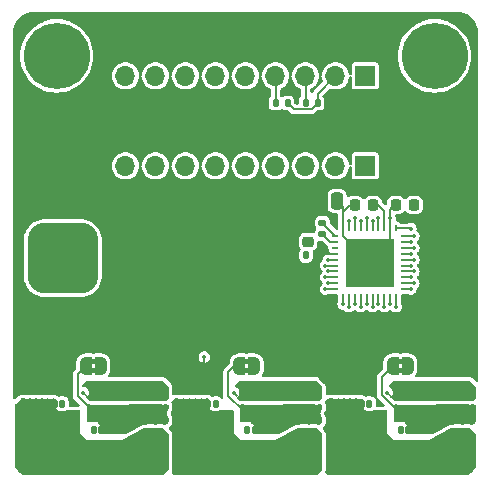
<source format=gtl>
G04 #@! TF.GenerationSoftware,KiCad,Pcbnew,8.0.5*
G04 #@! TF.CreationDate,2024-10-07T10:05:32-05:00*
G04 #@! TF.ProjectId,DRV8323_BreakoutBoard,44525638-3332-4335-9f42-7265616b6f75,rev?*
G04 #@! TF.SameCoordinates,Original*
G04 #@! TF.FileFunction,Copper,L1,Top*
G04 #@! TF.FilePolarity,Positive*
%FSLAX46Y46*%
G04 Gerber Fmt 4.6, Leading zero omitted, Abs format (unit mm)*
G04 Created by KiCad (PCBNEW 8.0.5) date 2024-10-07 10:05:32*
%MOMM*%
%LPD*%
G01*
G04 APERTURE LIST*
G04 Aperture macros list*
%AMRoundRect*
0 Rectangle with rounded corners*
0 $1 Rounding radius*
0 $2 $3 $4 $5 $6 $7 $8 $9 X,Y pos of 4 corners*
0 Add a 4 corners polygon primitive as box body*
4,1,4,$2,$3,$4,$5,$6,$7,$8,$9,$2,$3,0*
0 Add four circle primitives for the rounded corners*
1,1,$1+$1,$2,$3*
1,1,$1+$1,$4,$5*
1,1,$1+$1,$6,$7*
1,1,$1+$1,$8,$9*
0 Add four rect primitives between the rounded corners*
20,1,$1+$1,$2,$3,$4,$5,0*
20,1,$1+$1,$4,$5,$6,$7,0*
20,1,$1+$1,$6,$7,$8,$9,0*
20,1,$1+$1,$8,$9,$2,$3,0*%
%AMFreePoly0*
4,1,17,1.371000,0.720000,0.950000,0.720000,0.950000,0.580000,1.370000,0.580000,1.370000,0.080000,0.950000,0.080000,0.950000,-0.080000,1.370000,-0.080000,1.370000,-0.580000,0.950000,-0.580000,0.950000,-0.720000,1.370000,-0.720000,1.370000,-1.225000,-0.950000,-1.225000,-0.950000,1.225000,1.371000,1.225000,1.371000,0.720000,1.371000,0.720000,$1*%
%AMFreePoly1*
4,1,19,0.500000,-0.750000,0.000000,-0.750000,0.000000,-0.744911,-0.071157,-0.744911,-0.207708,-0.704816,-0.327430,-0.627875,-0.420627,-0.520320,-0.479746,-0.390866,-0.500000,-0.250000,-0.500000,0.250000,-0.479746,0.390866,-0.420627,0.520320,-0.327430,0.627875,-0.207708,0.704816,-0.071157,0.744911,0.000000,0.744911,0.000000,0.750000,0.500000,0.750000,0.500000,-0.750000,0.500000,-0.750000,
$1*%
%AMFreePoly2*
4,1,19,0.000000,0.744911,0.071157,0.744911,0.207708,0.704816,0.327430,0.627875,0.420627,0.520320,0.479746,0.390866,0.500000,0.250000,0.500000,-0.250000,0.479746,-0.390866,0.420627,-0.520320,0.327430,-0.627875,0.207708,-0.704816,0.071157,-0.744911,0.000000,-0.744911,0.000000,-0.750000,-0.500000,-0.750000,-0.500000,0.750000,0.000000,0.750000,0.000000,0.744911,0.000000,0.744911,
$1*%
G04 Aperture macros list end*
G04 #@! TA.AperFunction,EtchedComponent*
%ADD10C,0.000000*%
G04 #@! TD*
G04 #@! TA.AperFunction,SMDPad,CuDef*
%ADD11RoundRect,0.135000X-0.135000X-0.185000X0.135000X-0.185000X0.135000X0.185000X-0.135000X0.185000X0*%
G04 #@! TD*
G04 #@! TA.AperFunction,SMDPad,CuDef*
%ADD12RoundRect,0.250000X0.250000X0.475000X-0.250000X0.475000X-0.250000X-0.475000X0.250000X-0.475000X0*%
G04 #@! TD*
G04 #@! TA.AperFunction,SMDPad,CuDef*
%ADD13RoundRect,0.250000X1.450000X-0.250000X1.450000X0.250000X-1.450000X0.250000X-1.450000X-0.250000X0*%
G04 #@! TD*
G04 #@! TA.AperFunction,ComponentPad*
%ADD14C,5.600000*%
G04 #@! TD*
G04 #@! TA.AperFunction,ComponentPad*
%ADD15R,1.700000X1.700000*%
G04 #@! TD*
G04 #@! TA.AperFunction,ComponentPad*
%ADD16O,1.700000X1.700000*%
G04 #@! TD*
G04 #@! TA.AperFunction,SMDPad,CuDef*
%ADD17C,0.160000*%
G04 #@! TD*
G04 #@! TA.AperFunction,SMDPad,CuDef*
%ADD18RoundRect,0.140000X0.170000X-0.140000X0.170000X0.140000X-0.170000X0.140000X-0.170000X-0.140000X0*%
G04 #@! TD*
G04 #@! TA.AperFunction,SMDPad,CuDef*
%ADD19RoundRect,0.125000X-0.125000X0.190000X-0.125000X-0.190000X0.125000X-0.190000X0.125000X0.190000X0*%
G04 #@! TD*
G04 #@! TA.AperFunction,SMDPad,CuDef*
%ADD20FreePoly0,270.000000*%
G04 #@! TD*
G04 #@! TA.AperFunction,SMDPad,CuDef*
%ADD21O,0.599999X0.230000*%
G04 #@! TD*
G04 #@! TA.AperFunction,SMDPad,CuDef*
%ADD22O,0.230000X0.599999*%
G04 #@! TD*
G04 #@! TA.AperFunction,SMDPad,CuDef*
%ADD23R,4.150000X4.150000*%
G04 #@! TD*
G04 #@! TA.AperFunction,SMDPad,CuDef*
%ADD24RoundRect,0.225000X-0.225000X-0.250000X0.225000X-0.250000X0.225000X0.250000X-0.225000X0.250000X0*%
G04 #@! TD*
G04 #@! TA.AperFunction,ComponentPad*
%ADD25RoundRect,0.250002X-1.699998X-1.699998X1.699998X-1.699998X1.699998X1.699998X-1.699998X1.699998X0*%
G04 #@! TD*
G04 #@! TA.AperFunction,SMDPad,CuDef*
%ADD26RoundRect,0.125000X0.125000X-0.190000X0.125000X0.190000X-0.125000X0.190000X-0.125000X-0.190000X0*%
G04 #@! TD*
G04 #@! TA.AperFunction,SMDPad,CuDef*
%ADD27FreePoly0,90.000000*%
G04 #@! TD*
G04 #@! TA.AperFunction,ComponentPad*
%ADD28RoundRect,1.500000X-1.500000X-1.500000X1.500000X-1.500000X1.500000X1.500000X-1.500000X1.500000X0*%
G04 #@! TD*
G04 #@! TA.AperFunction,ComponentPad*
%ADD29C,6.000000*%
G04 #@! TD*
G04 #@! TA.AperFunction,SMDPad,CuDef*
%ADD30RoundRect,0.140000X-0.140000X-0.170000X0.140000X-0.170000X0.140000X0.170000X-0.140000X0.170000X0*%
G04 #@! TD*
G04 #@! TA.AperFunction,SMDPad,CuDef*
%ADD31FreePoly1,0.000000*%
G04 #@! TD*
G04 #@! TA.AperFunction,SMDPad,CuDef*
%ADD32FreePoly2,0.000000*%
G04 #@! TD*
G04 #@! TA.AperFunction,SMDPad,CuDef*
%ADD33RoundRect,0.225000X-0.250000X0.225000X-0.250000X-0.225000X0.250000X-0.225000X0.250000X0.225000X0*%
G04 #@! TD*
G04 #@! TA.AperFunction,SMDPad,CuDef*
%ADD34RoundRect,0.225000X0.225000X0.250000X-0.225000X0.250000X-0.225000X-0.250000X0.225000X-0.250000X0*%
G04 #@! TD*
G04 #@! TA.AperFunction,ViaPad*
%ADD35C,0.350000*%
G04 #@! TD*
G04 #@! TA.AperFunction,ViaPad*
%ADD36C,0.450000*%
G04 #@! TD*
G04 #@! TA.AperFunction,Conductor*
%ADD37C,0.200000*%
G04 #@! TD*
G04 #@! TA.AperFunction,Conductor*
%ADD38C,0.160000*%
G04 #@! TD*
G04 APERTURE END LIST*
D10*
G04 #@! TA.AperFunction,EtchedComponent*
G36*
X80410123Y-84296984D02*
G01*
X80401771Y-84289357D01*
X80360624Y-84278332D01*
X80319478Y-84289357D01*
X80289357Y-84319478D01*
X80278332Y-84360625D01*
X80289357Y-84401771D01*
X80296985Y-84410122D01*
X79943431Y-84056570D01*
X79951783Y-84064197D01*
X79992930Y-84075222D01*
X80034076Y-84064197D01*
X80064197Y-84034076D01*
X80075222Y-83992929D01*
X80064197Y-83951783D01*
X80056569Y-83943432D01*
X80410123Y-84296984D01*
G37*
G04 #@! TD.AperFunction*
G04 #@! TA.AperFunction,EtchedComponent*
G36*
X67410123Y-84296984D02*
G01*
X67401771Y-84289357D01*
X67360624Y-84278332D01*
X67319478Y-84289357D01*
X67289357Y-84319478D01*
X67278332Y-84360625D01*
X67289357Y-84401771D01*
X67296985Y-84410122D01*
X66943431Y-84056570D01*
X66951783Y-84064197D01*
X66992930Y-84075222D01*
X67034076Y-84064197D01*
X67064197Y-84034076D01*
X67075222Y-83992929D01*
X67064197Y-83951783D01*
X67056569Y-83943432D01*
X67410123Y-84296984D01*
G37*
G04 #@! TD.AperFunction*
G04 #@! TA.AperFunction,EtchedComponent*
G36*
X68350000Y-81550000D02*
G01*
X67850000Y-81550000D01*
X67850000Y-81150000D01*
X68350000Y-81150000D01*
X68350000Y-81550000D01*
G37*
G04 #@! TD.AperFunction*
G04 #@! TA.AperFunction,EtchedComponent*
G36*
X68350000Y-82350000D02*
G01*
X67850000Y-82350000D01*
X67850000Y-81950000D01*
X68350000Y-81950000D01*
X68350000Y-82350000D01*
G37*
G04 #@! TD.AperFunction*
G04 #@! TA.AperFunction,EtchedComponent*
G36*
X64580000Y-81500000D02*
G01*
X64579489Y-81488701D01*
X64558190Y-81451810D01*
X64521299Y-81430511D01*
X64478701Y-81430511D01*
X64441810Y-81451810D01*
X64420511Y-81488701D01*
X64420000Y-81500000D01*
X64420000Y-81000000D01*
X64420511Y-81011299D01*
X64441810Y-81048190D01*
X64478701Y-81069489D01*
X64521299Y-81069489D01*
X64558190Y-81048190D01*
X64579489Y-81011299D01*
X64580000Y-81000000D01*
X64580000Y-81500000D01*
G37*
G04 #@! TD.AperFunction*
G04 #@! TA.AperFunction,EtchedComponent*
G36*
X55350000Y-81550000D02*
G01*
X54850000Y-81550000D01*
X54850000Y-81150000D01*
X55350000Y-81150000D01*
X55350000Y-81550000D01*
G37*
G04 #@! TD.AperFunction*
G04 #@! TA.AperFunction,EtchedComponent*
G36*
X55350000Y-82350000D02*
G01*
X54850000Y-82350000D01*
X54850000Y-81950000D01*
X55350000Y-81950000D01*
X55350000Y-82350000D01*
G37*
G04 #@! TD.AperFunction*
G04 #@! TA.AperFunction,EtchedComponent*
G36*
X54660122Y-84296985D02*
G01*
X54651771Y-84289357D01*
X54610625Y-84278332D01*
X54569478Y-84289357D01*
X54539357Y-84319478D01*
X54528332Y-84360625D01*
X54539357Y-84401771D01*
X54546985Y-84410122D01*
X54193432Y-84056569D01*
X54201783Y-84064197D01*
X54242929Y-84075222D01*
X54284076Y-84064197D01*
X54314197Y-84034076D01*
X54325222Y-83992929D01*
X54314197Y-83951783D01*
X54306569Y-83943432D01*
X54660122Y-84296985D01*
G37*
G04 #@! TD.AperFunction*
G04 #@! TA.AperFunction,EtchedComponent*
G36*
X81349999Y-81549998D02*
G01*
X80849998Y-81549999D01*
X80849999Y-81149998D01*
X81349999Y-81149998D01*
X81349999Y-81549998D01*
G37*
G04 #@! TD.AperFunction*
G04 #@! TA.AperFunction,EtchedComponent*
G36*
X81349999Y-82349998D02*
G01*
X80849999Y-82349998D01*
X80849999Y-81949998D01*
X81350000Y-81949997D01*
X81349999Y-82349998D01*
G37*
G04 #@! TD.AperFunction*
D11*
X73090000Y-59500000D03*
X74110000Y-59500000D03*
X70540000Y-59500000D03*
X71560000Y-59500000D03*
D12*
X75750000Y-67800000D03*
X73850000Y-67800000D03*
D13*
X56500001Y-85750000D03*
X56499999Y-84250000D03*
D14*
X84000000Y-55500000D03*
D15*
X78149998Y-57189998D03*
D16*
X75609998Y-57189998D03*
X73069998Y-57189999D03*
X70529998Y-57189998D03*
X67989998Y-57189998D03*
X65449998Y-57189998D03*
X62909997Y-57189997D03*
X60369998Y-57189999D03*
X57829999Y-57189999D03*
D17*
X80000000Y-84000000D03*
X80353554Y-84353554D03*
D15*
X78149998Y-64809999D03*
D16*
X75609998Y-64809999D03*
X73069998Y-64810000D03*
X70529998Y-64809999D03*
X67989998Y-64809999D03*
X65449998Y-64809999D03*
X62909997Y-64809998D03*
X60369998Y-64810000D03*
X57829999Y-64810000D03*
D18*
X74500000Y-70580000D03*
X74500000Y-69620000D03*
D14*
X52000000Y-55500000D03*
D19*
X70080001Y-87150000D03*
X69440001Y-87150000D03*
X68780001Y-87150000D03*
X68140002Y-87150000D03*
D20*
X69110001Y-88975002D03*
D19*
X83080001Y-87150001D03*
X82440001Y-87150000D03*
X81780001Y-87150000D03*
X81140002Y-87150000D03*
D20*
X82110001Y-88975002D03*
D21*
X75600001Y-70749999D03*
X75600001Y-71249998D03*
X75600001Y-71750000D03*
X75600001Y-72249999D03*
X75600001Y-72750000D03*
X75600001Y-73250000D03*
X75600001Y-73749998D03*
X75600001Y-74250000D03*
X75600001Y-74749999D03*
X75600001Y-75250001D03*
D22*
X76249999Y-75899999D03*
X76749998Y-75899999D03*
X77250000Y-75899999D03*
X77749999Y-75899999D03*
X78250000Y-75899999D03*
X78750000Y-75899999D03*
X79249998Y-75899999D03*
X79750000Y-75899999D03*
X80249999Y-75899999D03*
X80750001Y-75899999D03*
D21*
X81399999Y-75250001D03*
X81399999Y-74749999D03*
X81399999Y-74250000D03*
X81399999Y-73749998D03*
X81399999Y-73250000D03*
X81399999Y-72750000D03*
X81399999Y-72249999D03*
X81399999Y-71750000D03*
X81399999Y-71249998D03*
X81399999Y-70749999D03*
D22*
X80750001Y-70100001D03*
X80249999Y-70100001D03*
X79750000Y-70100001D03*
X79249998Y-70100001D03*
X78750000Y-70100001D03*
X78250000Y-70100001D03*
X77749999Y-70100001D03*
X77250000Y-70100001D03*
X76749998Y-70100001D03*
X76249999Y-70100001D03*
D23*
X78500000Y-73000000D03*
D24*
X77225000Y-68125000D03*
X78775000Y-68125000D03*
D25*
X77500000Y-88000000D03*
D13*
X82500001Y-85750000D03*
X82499999Y-84250000D03*
D26*
X76530000Y-84939999D03*
X77170000Y-84940000D03*
X77830000Y-84940000D03*
X78469999Y-84940000D03*
D27*
X77500001Y-83114999D03*
D26*
X63530001Y-84940000D03*
X64170000Y-84940000D03*
X64830000Y-84940000D03*
X65470000Y-84940000D03*
D27*
X64500000Y-83114998D03*
D13*
X69500001Y-85750000D03*
X69499999Y-84250000D03*
D25*
X64500000Y-88000000D03*
D19*
X57080001Y-87150000D03*
X56440001Y-87150000D03*
X55780001Y-87150000D03*
X55140002Y-87150000D03*
D20*
X56110001Y-88975002D03*
D28*
X52525000Y-72625000D03*
D29*
X59725000Y-72625000D03*
D30*
X73120000Y-72400000D03*
X74080000Y-72400000D03*
D17*
X67000000Y-84000000D03*
X67353554Y-84353554D03*
D31*
X67450000Y-81750000D03*
D32*
X68750000Y-81750000D03*
D26*
X50530001Y-84940000D03*
X51170000Y-84940000D03*
X51830000Y-84940000D03*
X52470000Y-84940000D03*
D27*
X51500000Y-83114998D03*
D17*
X64500000Y-81500000D03*
X64500000Y-81000000D03*
D31*
X54450000Y-81750000D03*
D32*
X55750000Y-81750000D03*
D33*
X73300000Y-69675000D03*
X73300000Y-71225000D03*
D17*
X54250000Y-84000000D03*
X54603554Y-84353554D03*
D31*
X80449998Y-81749996D03*
D32*
X81750000Y-81750000D03*
D25*
X51500000Y-88000000D03*
D34*
X82275000Y-68125000D03*
X80725000Y-68125000D03*
D35*
X82250000Y-73750000D03*
X82275000Y-68125000D03*
X75000000Y-73750000D03*
D36*
X59625000Y-87250000D03*
X55125000Y-90750000D03*
X49625000Y-85000000D03*
X49125000Y-85250000D03*
X61250000Y-88125000D03*
X48875000Y-85750000D03*
X59625000Y-90750000D03*
X56125000Y-90750000D03*
X61250000Y-89750000D03*
X60750000Y-87250000D03*
X58500000Y-90750000D03*
X60750000Y-90625000D03*
X57125000Y-90750000D03*
X58500000Y-87750000D03*
X75100000Y-83000000D03*
X77600000Y-84000000D03*
X49000000Y-83000000D03*
X75600000Y-84000000D03*
X62000000Y-83000000D03*
X49500000Y-84000000D03*
X63500000Y-84000000D03*
X76100000Y-84000000D03*
X49000000Y-83500000D03*
X62500000Y-84000000D03*
X63000000Y-84000000D03*
X64000000Y-84000000D03*
X76600000Y-84000000D03*
X50000000Y-84000000D03*
X51000000Y-84000000D03*
X62000000Y-83500000D03*
X51500000Y-84000000D03*
X64500000Y-84000000D03*
X50500000Y-84000000D03*
X75100000Y-83500000D03*
X77100000Y-84000000D03*
X84500000Y-83500000D03*
X82000000Y-83500000D03*
X56000000Y-83500000D03*
X83000000Y-83500000D03*
X68500000Y-83500000D03*
D35*
X78500000Y-74000000D03*
D36*
X82500000Y-83500000D03*
X87000000Y-84500000D03*
X57500000Y-83500000D03*
X56500000Y-83500000D03*
D35*
X77500000Y-74000000D03*
D36*
X68000000Y-84500000D03*
X70000000Y-83500000D03*
X60000000Y-83500000D03*
X74000000Y-84500000D03*
D35*
X77500000Y-72000000D03*
X78500000Y-73000000D03*
D36*
X87000000Y-83500000D03*
X70500000Y-83500000D03*
X59000000Y-83500000D03*
X55500000Y-83500000D03*
X72000000Y-83500000D03*
X86500000Y-83500000D03*
X57000000Y-83500000D03*
X83500000Y-83500000D03*
X69000000Y-83500000D03*
X72500000Y-83500000D03*
D35*
X77500000Y-73000000D03*
D36*
X85000000Y-83500000D03*
X71500000Y-83500000D03*
X61000000Y-83500000D03*
D35*
X78500000Y-72000000D03*
X80249999Y-69250000D03*
D36*
X87000000Y-84000000D03*
X73000000Y-83500000D03*
X69500000Y-83500000D03*
X55000000Y-84500000D03*
X85500000Y-83500000D03*
X86000000Y-83500000D03*
X61000000Y-84000000D03*
X55000000Y-84000000D03*
X74000000Y-84000000D03*
X61000000Y-84500000D03*
X71000000Y-83500000D03*
X60500000Y-83500000D03*
X81500000Y-83500000D03*
X59500000Y-83500000D03*
X81000000Y-84000000D03*
X84000000Y-83500000D03*
D35*
X80725000Y-68125000D03*
D36*
X74000000Y-83500000D03*
X58000000Y-83500000D03*
X81000000Y-84500000D03*
D35*
X73120000Y-72400000D03*
D36*
X73500000Y-83500000D03*
X58500000Y-83500000D03*
D35*
X79500000Y-74000000D03*
D36*
X68000000Y-84000000D03*
X62625000Y-85000000D03*
D35*
X77749999Y-76750000D03*
D36*
X74250000Y-89750000D03*
X74250000Y-88125000D03*
X72625000Y-87250000D03*
X71500000Y-90750000D03*
X68125000Y-90750000D03*
X61875000Y-85750000D03*
X71500000Y-87750000D03*
X62125000Y-85250000D03*
X72625000Y-90750000D03*
X69125000Y-90750000D03*
X73750000Y-90625000D03*
X70125000Y-90750000D03*
X73750000Y-87250000D03*
X83125000Y-90750000D03*
X85625000Y-87250000D03*
X81125000Y-90750000D03*
X74875000Y-85750000D03*
X86750000Y-90625000D03*
X85625000Y-90750000D03*
X86750000Y-87250000D03*
X82125000Y-90750000D03*
D35*
X79250000Y-76500000D03*
D36*
X75125000Y-85250000D03*
X87250000Y-88125000D03*
X75625000Y-85000000D03*
X84500000Y-87750000D03*
X84500000Y-90750000D03*
X87250000Y-89750000D03*
D35*
X82000000Y-74250000D03*
X64500000Y-81000000D03*
X75000000Y-72750000D03*
X52470000Y-84940000D03*
X74750000Y-73250000D03*
X55750000Y-81750000D03*
X75000000Y-74750000D03*
X74750000Y-74250000D03*
X55140002Y-87150000D03*
X78250000Y-76500000D03*
X65470000Y-84940000D03*
X76750000Y-76750000D03*
X68500000Y-81250000D03*
X77250000Y-76500000D03*
X68140002Y-87150000D03*
X78469999Y-84940000D03*
X78750000Y-76750000D03*
X79750000Y-76750000D03*
X81140002Y-87150000D03*
X80250000Y-76500000D03*
X81750000Y-81750000D03*
X82250000Y-72750000D03*
X82000000Y-73250000D03*
X82250000Y-74750000D03*
X79249998Y-69250000D03*
X77750000Y-69500000D03*
X82250000Y-71750000D03*
X82000000Y-75250000D03*
X78250000Y-69250000D03*
X82000000Y-72250000D03*
X82000000Y-70125000D03*
X76750000Y-69500000D03*
X82000000Y-71249998D03*
X77250000Y-69250000D03*
X82250000Y-70750000D03*
X78750000Y-69500000D03*
X74750000Y-75250000D03*
X54250000Y-84000000D03*
X67000000Y-84000000D03*
X76250000Y-76500000D03*
X80000000Y-84000000D03*
X80750001Y-76749999D03*
D36*
X59500000Y-86500000D03*
X59500000Y-85250000D03*
X55000000Y-85500000D03*
X61250000Y-85250000D03*
X60375000Y-86500000D03*
X55000000Y-86000000D03*
X61250000Y-86500000D03*
X58000000Y-86000000D03*
X60375000Y-85250000D03*
X58000000Y-85500000D03*
X73375000Y-85250000D03*
X68000000Y-86000000D03*
X71000000Y-86000000D03*
X74250000Y-85250000D03*
X72500000Y-86500000D03*
X73375000Y-86500000D03*
X72500000Y-85250000D03*
X74250000Y-86500000D03*
X68000000Y-85500000D03*
X71000000Y-85500000D03*
X85500000Y-86500000D03*
X87250000Y-86500000D03*
X86375000Y-86500000D03*
X87250000Y-85250000D03*
X84000000Y-85500000D03*
X86375000Y-85250000D03*
X81000000Y-85500000D03*
X85500000Y-85250000D03*
X84000000Y-86000000D03*
X81000000Y-86000000D03*
D37*
X74110000Y-59500000D02*
X74110000Y-58689996D01*
X74110000Y-58689996D02*
X75609998Y-57189998D01*
X71560000Y-59500000D02*
X72080000Y-60020000D01*
X72080000Y-60020000D02*
X73590000Y-60020000D01*
X73590000Y-60020000D02*
X74110000Y-59500000D01*
X73090000Y-59500000D02*
X73090000Y-57210001D01*
X73090000Y-57210001D02*
X73069998Y-57189999D01*
X70540000Y-59500000D02*
X70540000Y-57200000D01*
X70540000Y-57200000D02*
X70529998Y-57189998D01*
X76249999Y-68750001D02*
X76249999Y-68299999D01*
X76249999Y-68299999D02*
X75750000Y-67800000D01*
X80249999Y-69250000D02*
X80249999Y-71250001D01*
X80249999Y-71250001D02*
X78500000Y-73000000D01*
X74080000Y-72400000D02*
X74230001Y-72249999D01*
X74230001Y-72249999D02*
X75600001Y-72249999D01*
X81399999Y-73749998D02*
X82249998Y-73749998D01*
X82249998Y-73749998D02*
X82250000Y-73750000D01*
X75600001Y-73749998D02*
X75000002Y-73749998D01*
X75000002Y-73749998D02*
X75000000Y-73750000D01*
D38*
X64500000Y-83114998D02*
X64500000Y-81500000D01*
X68000000Y-84500000D02*
X67500000Y-84500000D01*
D37*
X80249999Y-68500001D02*
X80249999Y-69250000D01*
D38*
X67500000Y-84500000D02*
X67353554Y-84353554D01*
D37*
X76249999Y-68750001D02*
X76875000Y-68125000D01*
D38*
X80500000Y-84500000D02*
X80353554Y-84353554D01*
D37*
X76249999Y-70100001D02*
X76249999Y-70749999D01*
D38*
X54603554Y-84353554D02*
X56396445Y-84353554D01*
D37*
X76249999Y-70749999D02*
X78500000Y-73000000D01*
X80249999Y-70100001D02*
X80249999Y-69250000D01*
D38*
X56396445Y-84353554D02*
X56499999Y-84250000D01*
D37*
X76875000Y-68125000D02*
X77225000Y-68125000D01*
X76249999Y-70100001D02*
X76249999Y-68750001D01*
X80625000Y-68125000D02*
X80249999Y-68500001D01*
D38*
X81000000Y-84500000D02*
X80500000Y-84500000D01*
D37*
X80725000Y-68125000D02*
X80625000Y-68125000D01*
D38*
X81750000Y-84250000D02*
X82499999Y-84250000D01*
D37*
X77749999Y-75899999D02*
X77749999Y-76750000D01*
X77749999Y-76750000D02*
X77749999Y-76749999D01*
X79249998Y-75899999D02*
X79249998Y-76499998D01*
X79249998Y-76499998D02*
X79250000Y-76500000D01*
X79225000Y-68125000D02*
X78775000Y-68125000D01*
X79750000Y-68650000D02*
X79225000Y-68125000D01*
X79750000Y-70100001D02*
X79750000Y-68650000D01*
X75600001Y-70720001D02*
X74500000Y-69620000D01*
X75600001Y-70749999D02*
X75600001Y-70720001D01*
X75181818Y-71249998D02*
X74511820Y-70580000D01*
X75600001Y-71249998D02*
X75181818Y-71249998D01*
X74511820Y-70580000D02*
X74500000Y-70580000D01*
X82000000Y-74250000D02*
X81399999Y-74250000D01*
X75600001Y-72750000D02*
X75000000Y-72750000D01*
X75600001Y-73250000D02*
X74750000Y-73250000D01*
X75600000Y-74750000D02*
X75600001Y-74749999D01*
X75000000Y-74750000D02*
X75600000Y-74750000D01*
X75600001Y-74250000D02*
X74750000Y-74250000D01*
X78250000Y-75899999D02*
X78250000Y-76500000D01*
X76750000Y-75900001D02*
X76749998Y-75899999D01*
X76750000Y-76750000D02*
X76750000Y-75900001D01*
X77250000Y-75899999D02*
X77250000Y-76500000D01*
X78750000Y-76750000D02*
X78750000Y-75899999D01*
X79750000Y-76750000D02*
X79750000Y-75899999D01*
X80249999Y-76499999D02*
X80250000Y-76500000D01*
X80249999Y-75899999D02*
X80249999Y-76499999D01*
X81399999Y-72750000D02*
X82250000Y-72750000D01*
X81399999Y-73250000D02*
X82000000Y-73250000D01*
X81399999Y-74749999D02*
X82249999Y-74749999D01*
X82249999Y-74749999D02*
X82250000Y-74750000D01*
X79249998Y-69250000D02*
X79249998Y-69250002D01*
X79249998Y-70100001D02*
X79249998Y-69250000D01*
X77749999Y-69500001D02*
X77750000Y-69500000D01*
X77749999Y-70100001D02*
X77749999Y-69500001D01*
X81399999Y-71750000D02*
X82250000Y-71750000D01*
X82000000Y-75250000D02*
X81400000Y-75250000D01*
X81400000Y-75250000D02*
X81399999Y-75250001D01*
X78250000Y-70100001D02*
X78250000Y-69250000D01*
X81399999Y-72249999D02*
X81999999Y-72249999D01*
X81999999Y-72249999D02*
X82000000Y-72250000D01*
X82000000Y-70125000D02*
X81975001Y-70100001D01*
X81975001Y-70100001D02*
X80750001Y-70100001D01*
X76749998Y-70100001D02*
X76749998Y-69500002D01*
X76749998Y-69500002D02*
X76750000Y-69500000D01*
X82000000Y-71249998D02*
X81999998Y-71249998D01*
X81399999Y-71249998D02*
X82000000Y-71249998D01*
X77250000Y-70100001D02*
X77250000Y-69250000D01*
X81399999Y-70749999D02*
X82249999Y-70749999D01*
X82249999Y-70749999D02*
X82250000Y-70750000D01*
X78750000Y-70100001D02*
X78750000Y-69500000D01*
X75600001Y-75250001D02*
X74750001Y-75250001D01*
X74750001Y-75250001D02*
X74750000Y-75250000D01*
X76249999Y-76499999D02*
X76250000Y-76500000D01*
X76249999Y-75899999D02*
X76249999Y-76499999D01*
X80750001Y-75899999D02*
X80750001Y-76749999D01*
X53775000Y-82425000D02*
X53775000Y-84275000D01*
X53775000Y-84275000D02*
X55000000Y-85500000D01*
X54450000Y-81750000D02*
X53775000Y-82425000D01*
X66525000Y-82225000D02*
X66525000Y-84275000D01*
X66525000Y-84275000D02*
X67750000Y-85500000D01*
X67750000Y-85500000D02*
X68000000Y-85500000D01*
X67450000Y-81750000D02*
X67000000Y-81750000D01*
X67000000Y-81750000D02*
X66525000Y-82225000D01*
X80828248Y-85500000D02*
X81000000Y-85500000D01*
X79525000Y-84196752D02*
X80828248Y-85500000D01*
X80449998Y-81749996D02*
X79525000Y-82674994D01*
X79525000Y-82674994D02*
X79525000Y-84196752D01*
G04 #@! TA.AperFunction,Conductor*
G36*
X74015677Y-83019685D02*
G01*
X74036319Y-83036319D01*
X74463681Y-83463681D01*
X74497166Y-83525004D01*
X74500000Y-83551362D01*
X74500000Y-84448638D01*
X74480315Y-84515677D01*
X74463681Y-84536319D01*
X74341819Y-84658181D01*
X74280496Y-84691666D01*
X74254138Y-84694500D01*
X74190755Y-84694500D01*
X74186902Y-84694879D01*
X74131174Y-84700366D01*
X74131164Y-84700368D01*
X74131159Y-84700368D01*
X74131158Y-84700369D01*
X74116010Y-84703382D01*
X74083702Y-84709808D01*
X74081579Y-84710340D01*
X74067651Y-84712991D01*
X74016185Y-84719767D01*
X73983815Y-84719767D01*
X73932351Y-84712992D01*
X73918416Y-84710339D01*
X73916313Y-84709812D01*
X73901552Y-84706876D01*
X73868843Y-84700370D01*
X73868839Y-84700369D01*
X73868831Y-84700368D01*
X73820806Y-84695638D01*
X73809245Y-84694500D01*
X71206249Y-84694500D01*
X71206244Y-84694500D01*
X71149217Y-84699871D01*
X71103711Y-84708519D01*
X71048680Y-84724445D01*
X71020926Y-84735390D01*
X70990230Y-84743149D01*
X70982186Y-84744115D01*
X70967405Y-84745000D01*
X68032598Y-84745000D01*
X68017805Y-84744114D01*
X68009757Y-84743147D01*
X67979060Y-84735388D01*
X67967464Y-84730815D01*
X67951314Y-84724446D01*
X67910688Y-84712688D01*
X67896273Y-84708516D01*
X67861973Y-84701998D01*
X67850787Y-84699872D01*
X67850785Y-84699871D01*
X67850781Y-84699871D01*
X67793752Y-84694500D01*
X67793749Y-84694500D01*
X67674000Y-84694500D01*
X67673991Y-84694500D01*
X67673990Y-84694501D01*
X67609064Y-84701481D01*
X67609057Y-84701482D01*
X67600325Y-84703382D01*
X67530633Y-84698396D01*
X67486288Y-84669896D01*
X67333484Y-84517092D01*
X67299999Y-84455769D01*
X67304983Y-84386077D01*
X67327447Y-84348214D01*
X67404130Y-84259718D01*
X67460931Y-84135342D01*
X67480390Y-84000000D01*
X67460931Y-83864658D01*
X67448677Y-83837827D01*
X67404132Y-83740285D01*
X67404127Y-83740278D01*
X67314590Y-83636946D01*
X67314586Y-83636942D01*
X67242670Y-83590726D01*
X67199561Y-83563022D01*
X67197104Y-83562300D01*
X67194948Y-83560914D01*
X67191489Y-83559335D01*
X67191716Y-83558837D01*
X67138326Y-83524527D01*
X67109300Y-83460972D01*
X67119243Y-83391813D01*
X67144354Y-83355645D01*
X67463681Y-83036319D01*
X67525004Y-83002834D01*
X67551362Y-83000000D01*
X73948638Y-83000000D01*
X74015677Y-83019685D01*
G37*
G04 #@! TD.AperFunction*
G04 #@! TA.AperFunction,Conductor*
G36*
X61015677Y-83019685D02*
G01*
X61036319Y-83036319D01*
X61435647Y-83435647D01*
X61469132Y-83496970D01*
X61470905Y-83507142D01*
X61478262Y-83563021D01*
X61487994Y-83636942D01*
X61488026Y-83637181D01*
X61488026Y-83637182D01*
X61490561Y-83643302D01*
X61500000Y-83690755D01*
X61500000Y-84448638D01*
X61480315Y-84515677D01*
X61463681Y-84536319D01*
X61341819Y-84658181D01*
X61280496Y-84691666D01*
X61254138Y-84694500D01*
X61190755Y-84694500D01*
X61186902Y-84694879D01*
X61131174Y-84700366D01*
X61131164Y-84700368D01*
X61131159Y-84700368D01*
X61131158Y-84700369D01*
X61098443Y-84706876D01*
X61083702Y-84709808D01*
X61081579Y-84710340D01*
X61067651Y-84712991D01*
X61016185Y-84719767D01*
X60983815Y-84719767D01*
X60932351Y-84712992D01*
X60918416Y-84710339D01*
X60916313Y-84709812D01*
X60901552Y-84706876D01*
X60868843Y-84700370D01*
X60868839Y-84700369D01*
X60868831Y-84700368D01*
X60820806Y-84695638D01*
X60809245Y-84694500D01*
X58206249Y-84694500D01*
X58206244Y-84694500D01*
X58149217Y-84699871D01*
X58103711Y-84708519D01*
X58048680Y-84724445D01*
X58020926Y-84735390D01*
X57990230Y-84743149D01*
X57982186Y-84744115D01*
X57967405Y-84745000D01*
X55032598Y-84745000D01*
X55017805Y-84744114D01*
X55009757Y-84743147D01*
X54979060Y-84735388D01*
X54974163Y-84733457D01*
X54951314Y-84724446D01*
X54911735Y-84712991D01*
X54896273Y-84708516D01*
X54850772Y-84699869D01*
X54801942Y-84695270D01*
X54737044Y-84669386D01*
X54725890Y-84659498D01*
X54583484Y-84517092D01*
X54549999Y-84455769D01*
X54554983Y-84386077D01*
X54577447Y-84348214D01*
X54654130Y-84259718D01*
X54710931Y-84135342D01*
X54730390Y-84000000D01*
X54710931Y-83864658D01*
X54665427Y-83765018D01*
X54654132Y-83740285D01*
X54654127Y-83740278D01*
X54564590Y-83636946D01*
X54564586Y-83636942D01*
X54449559Y-83563021D01*
X54318368Y-83524500D01*
X54318367Y-83524500D01*
X54299500Y-83524500D01*
X54232461Y-83504815D01*
X54186706Y-83452011D01*
X54175500Y-83400500D01*
X54175500Y-83375862D01*
X54195185Y-83308823D01*
X54211819Y-83288181D01*
X54463681Y-83036319D01*
X54525004Y-83002834D01*
X54551362Y-83000000D01*
X60948638Y-83000000D01*
X61015677Y-83019685D01*
G37*
G04 #@! TD.AperFunction*
G04 #@! TA.AperFunction,Conductor*
G36*
X87015677Y-83019685D02*
G01*
X87036319Y-83036319D01*
X87463681Y-83463681D01*
X87497166Y-83525004D01*
X87500000Y-83551362D01*
X87500000Y-84448638D01*
X87480315Y-84515677D01*
X87463681Y-84536319D01*
X87341819Y-84658181D01*
X87280496Y-84691666D01*
X87254138Y-84694500D01*
X87190755Y-84694500D01*
X87186902Y-84694879D01*
X87131174Y-84700366D01*
X87131164Y-84700368D01*
X87131159Y-84700368D01*
X87131158Y-84700369D01*
X87098443Y-84706876D01*
X87083702Y-84709808D01*
X87081579Y-84710340D01*
X87067651Y-84712991D01*
X87016185Y-84719767D01*
X86983815Y-84719767D01*
X86932351Y-84712992D01*
X86918416Y-84710339D01*
X86916313Y-84709812D01*
X86901552Y-84706876D01*
X86868843Y-84700370D01*
X86868839Y-84700369D01*
X86868831Y-84700368D01*
X86820806Y-84695638D01*
X86809245Y-84694500D01*
X84206249Y-84694500D01*
X84206244Y-84694500D01*
X84149217Y-84699871D01*
X84103711Y-84708519D01*
X84048680Y-84724445D01*
X84020926Y-84735390D01*
X83990230Y-84743149D01*
X83982186Y-84744115D01*
X83967405Y-84745000D01*
X81032598Y-84745000D01*
X81017805Y-84744114D01*
X81009757Y-84743147D01*
X80979060Y-84735388D01*
X80967464Y-84730815D01*
X80951314Y-84724446D01*
X80911735Y-84712991D01*
X80896273Y-84708516D01*
X80861973Y-84701998D01*
X80850787Y-84699872D01*
X80850785Y-84699871D01*
X80850781Y-84699871D01*
X80793752Y-84694500D01*
X80793749Y-84694500D01*
X80674000Y-84694500D01*
X80673993Y-84694500D01*
X80656358Y-84696396D01*
X80587599Y-84683987D01*
X80555428Y-84660787D01*
X80369810Y-84475169D01*
X80336325Y-84413846D01*
X80341309Y-84344154D01*
X80363775Y-84306290D01*
X80404130Y-84259718D01*
X80460931Y-84135342D01*
X80480390Y-84000000D01*
X80460931Y-83864658D01*
X80429691Y-83796252D01*
X80404132Y-83740285D01*
X80404127Y-83740278D01*
X80314590Y-83636946D01*
X80314586Y-83636942D01*
X80242670Y-83590726D01*
X80199561Y-83563022D01*
X80197104Y-83562300D01*
X80194948Y-83560914D01*
X80191489Y-83559335D01*
X80191716Y-83558837D01*
X80138326Y-83524527D01*
X80109300Y-83460972D01*
X80119243Y-83391813D01*
X80144354Y-83355645D01*
X80463681Y-83036319D01*
X80525004Y-83002834D01*
X80551362Y-83000000D01*
X86948638Y-83000000D01*
X87015677Y-83019685D01*
G37*
G04 #@! TD.AperFunction*
G04 #@! TA.AperFunction,Conductor*
G36*
X86004418Y-51800816D02*
G01*
X86233020Y-51817165D01*
X86250529Y-51819683D01*
X86470144Y-51867458D01*
X86487103Y-51872437D01*
X86697694Y-51950983D01*
X86713777Y-51958327D01*
X86911036Y-52066040D01*
X86925919Y-52075605D01*
X87105836Y-52210289D01*
X87119207Y-52221875D01*
X87278124Y-52380792D01*
X87289710Y-52394163D01*
X87424394Y-52574080D01*
X87433959Y-52588963D01*
X87541669Y-52786217D01*
X87549019Y-52802311D01*
X87627559Y-53012887D01*
X87632543Y-53029862D01*
X87680316Y-53249470D01*
X87682834Y-53266982D01*
X87699184Y-53495581D01*
X87699500Y-53504427D01*
X87699500Y-82968096D01*
X87679815Y-83035135D01*
X87627011Y-83080890D01*
X87557853Y-83090834D01*
X87494297Y-83061809D01*
X87487819Y-83055777D01*
X87252353Y-82820311D01*
X87252340Y-82820298D01*
X87228008Y-82798442D01*
X87219290Y-82791417D01*
X87207325Y-82781775D01*
X87201827Y-82777448D01*
X87201825Y-82777447D01*
X87101747Y-82726560D01*
X87034716Y-82706877D01*
X87034710Y-82706876D01*
X86948638Y-82694500D01*
X86948635Y-82694500D01*
X82485564Y-82694500D01*
X82418525Y-82674815D01*
X82372770Y-82622011D01*
X82362826Y-82552853D01*
X82391850Y-82489299D01*
X82405826Y-82473168D01*
X82405835Y-82473158D01*
X82452844Y-82400010D01*
X82452846Y-82400005D01*
X82452850Y-82399998D01*
X82512569Y-82269231D01*
X82512572Y-82269225D01*
X82537070Y-82185793D01*
X82557532Y-82043478D01*
X82557533Y-81956524D01*
X82557044Y-81953124D01*
X82556762Y-81951160D01*
X82555500Y-81933516D01*
X82555500Y-81566484D01*
X82556762Y-81548838D01*
X82556763Y-81548834D01*
X82557533Y-81543476D01*
X82557532Y-81456522D01*
X82537070Y-81314207D01*
X82512572Y-81230775D01*
X82512567Y-81230764D01*
X82452850Y-81100001D01*
X82452841Y-81099984D01*
X82424638Y-81056101D01*
X82405835Y-81026842D01*
X82405831Y-81026837D01*
X82405826Y-81026830D01*
X82311679Y-80918178D01*
X82311676Y-80918176D01*
X82245969Y-80861241D01*
X82245962Y-80861235D01*
X82125014Y-80783506D01*
X82125008Y-80783503D01*
X82082034Y-80763877D01*
X82045913Y-80747382D01*
X81988566Y-80730543D01*
X81907956Y-80706874D01*
X81830951Y-80695803D01*
X81821889Y-80694500D01*
X81250000Y-80694500D01*
X81247130Y-80694632D01*
X81221816Y-80695802D01*
X81221806Y-80695804D01*
X81139941Y-80719097D01*
X81070074Y-80718510D01*
X81061215Y-80715458D01*
X81060361Y-80715127D01*
X81060357Y-80715126D01*
X80949998Y-80694496D01*
X80378109Y-80694496D01*
X80292041Y-80706870D01*
X80154085Y-80747378D01*
X80074989Y-80783499D01*
X80074983Y-80783502D01*
X79954035Y-80861231D01*
X79954028Y-80861237D01*
X79888321Y-80918172D01*
X79888318Y-80918174D01*
X79794171Y-81026826D01*
X79794160Y-81026842D01*
X79747156Y-81099980D01*
X79747147Y-81099997D01*
X79687428Y-81230764D01*
X79662928Y-81314201D01*
X79662926Y-81314207D01*
X79642466Y-81456518D01*
X79642465Y-81456520D01*
X79642465Y-81543472D01*
X79643236Y-81548834D01*
X79644498Y-81566480D01*
X79644498Y-81933512D01*
X79643236Y-81951160D01*
X79642526Y-81956098D01*
X79613501Y-82019653D01*
X79607469Y-82026131D01*
X79204522Y-82429078D01*
X79204518Y-82429084D01*
X79151792Y-82520406D01*
X79151793Y-82520407D01*
X79124500Y-82622267D01*
X79124500Y-84144025D01*
X79124500Y-84249479D01*
X79129513Y-84268188D01*
X79151793Y-84351341D01*
X79163254Y-84371191D01*
X79204520Y-84442665D01*
X79204522Y-84442667D01*
X79744674Y-84982819D01*
X79778159Y-85044142D01*
X79773175Y-85113834D01*
X79731303Y-85169767D01*
X79665839Y-85194184D01*
X79656993Y-85194500D01*
X79144499Y-85194500D01*
X79077460Y-85174815D01*
X79031705Y-85122011D01*
X79020499Y-85070500D01*
X79020499Y-84716506D01*
X79004719Y-84616878D01*
X79004718Y-84616876D01*
X79004718Y-84616874D01*
X78943527Y-84496780D01*
X78943525Y-84496778D01*
X78943522Y-84496774D01*
X78848224Y-84401476D01*
X78848220Y-84401473D01*
X78848219Y-84401472D01*
X78728125Y-84340281D01*
X78728123Y-84340280D01*
X78728120Y-84340279D01*
X78628492Y-84324500D01*
X78628487Y-84324500D01*
X78311511Y-84324500D01*
X78311506Y-84324500D01*
X78202235Y-84341807D01*
X78201671Y-84338252D01*
X78149835Y-84339713D01*
X78096338Y-84310019D01*
X78061797Y-84277451D01*
X78061794Y-84277449D01*
X78061792Y-84277447D01*
X77961716Y-84226561D01*
X77961715Y-84226560D01*
X77961714Y-84226560D01*
X77894683Y-84206877D01*
X77894677Y-84206876D01*
X77808605Y-84194500D01*
X77790755Y-84194500D01*
X77786902Y-84194879D01*
X77731174Y-84200366D01*
X77731164Y-84200368D01*
X77731159Y-84200368D01*
X77731158Y-84200369D01*
X77698443Y-84206876D01*
X77683702Y-84209808D01*
X77681579Y-84210340D01*
X77667651Y-84212991D01*
X77616185Y-84219767D01*
X77583815Y-84219767D01*
X77532351Y-84212992D01*
X77518416Y-84210339D01*
X77516313Y-84209812D01*
X77516288Y-84209807D01*
X77468843Y-84200370D01*
X77468839Y-84200369D01*
X77468831Y-84200368D01*
X77420806Y-84195638D01*
X77409245Y-84194500D01*
X77290755Y-84194500D01*
X77286902Y-84194879D01*
X77231174Y-84200366D01*
X77231164Y-84200368D01*
X77231159Y-84200368D01*
X77231158Y-84200369D01*
X77198443Y-84206876D01*
X77183702Y-84209808D01*
X77181579Y-84210340D01*
X77167651Y-84212991D01*
X77116185Y-84219767D01*
X77083815Y-84219767D01*
X77032351Y-84212992D01*
X77018416Y-84210339D01*
X77016313Y-84209812D01*
X77016288Y-84209807D01*
X76968843Y-84200370D01*
X76968839Y-84200369D01*
X76968831Y-84200368D01*
X76920806Y-84195638D01*
X76909245Y-84194500D01*
X76790755Y-84194500D01*
X76786902Y-84194879D01*
X76731174Y-84200366D01*
X76731164Y-84200368D01*
X76731159Y-84200368D01*
X76731158Y-84200369D01*
X76698443Y-84206876D01*
X76683702Y-84209808D01*
X76681579Y-84210340D01*
X76667651Y-84212991D01*
X76616185Y-84219767D01*
X76583815Y-84219767D01*
X76532351Y-84212992D01*
X76518416Y-84210339D01*
X76516313Y-84209812D01*
X76516288Y-84209807D01*
X76468843Y-84200370D01*
X76468839Y-84200369D01*
X76468831Y-84200368D01*
X76420806Y-84195638D01*
X76409245Y-84194500D01*
X76290755Y-84194500D01*
X76286902Y-84194879D01*
X76231174Y-84200366D01*
X76231164Y-84200368D01*
X76231159Y-84200368D01*
X76231158Y-84200369D01*
X76198443Y-84206876D01*
X76183702Y-84209808D01*
X76181579Y-84210340D01*
X76167651Y-84212991D01*
X76116185Y-84219767D01*
X76083815Y-84219767D01*
X76032351Y-84212992D01*
X76018416Y-84210339D01*
X76016313Y-84209812D01*
X76016288Y-84209807D01*
X75968843Y-84200370D01*
X75968839Y-84200369D01*
X75968831Y-84200368D01*
X75920806Y-84195638D01*
X75909245Y-84194500D01*
X75790755Y-84194500D01*
X75786902Y-84194879D01*
X75731174Y-84200366D01*
X75731164Y-84200368D01*
X75731159Y-84200368D01*
X75731158Y-84200369D01*
X75698443Y-84206876D01*
X75683702Y-84209808D01*
X75681579Y-84210340D01*
X75667651Y-84212991D01*
X75616185Y-84219767D01*
X75583815Y-84219767D01*
X75532351Y-84212992D01*
X75518416Y-84210339D01*
X75516313Y-84209812D01*
X75516288Y-84209807D01*
X75468843Y-84200370D01*
X75468839Y-84200369D01*
X75468831Y-84200368D01*
X75420806Y-84195638D01*
X75409245Y-84194500D01*
X75051362Y-84194500D01*
X75051361Y-84194500D01*
X75018718Y-84196250D01*
X75018709Y-84196250D01*
X75018703Y-84196251D01*
X75018698Y-84196251D01*
X75018665Y-84196254D01*
X74992376Y-84199081D01*
X74985346Y-84199919D01*
X74967913Y-84205599D01*
X74898074Y-84207651D01*
X74838212Y-84171618D01*
X74807333Y-84108942D01*
X74805500Y-84087699D01*
X74805500Y-83551361D01*
X74804203Y-83527175D01*
X74803749Y-83518703D01*
X74800915Y-83492345D01*
X74800080Y-83485340D01*
X74786777Y-83444514D01*
X74765299Y-83378598D01*
X74765295Y-83378588D01*
X74731810Y-83317266D01*
X74679710Y-83247670D01*
X74679705Y-83247665D01*
X74679702Y-83247660D01*
X74679698Y-83247656D01*
X74679692Y-83247649D01*
X74252353Y-82820311D01*
X74252340Y-82820298D01*
X74228008Y-82798442D01*
X74219290Y-82791417D01*
X74207325Y-82781775D01*
X74201827Y-82777448D01*
X74201825Y-82777447D01*
X74101747Y-82726560D01*
X74034716Y-82706877D01*
X74034710Y-82706876D01*
X73948638Y-82694500D01*
X73948635Y-82694500D01*
X69485564Y-82694500D01*
X69418525Y-82674815D01*
X69372770Y-82622011D01*
X69362826Y-82552853D01*
X69391850Y-82489299D01*
X69405826Y-82473168D01*
X69405835Y-82473158D01*
X69452844Y-82400010D01*
X69452846Y-82400005D01*
X69452850Y-82399998D01*
X69512569Y-82269231D01*
X69512572Y-82269225D01*
X69537070Y-82185793D01*
X69557532Y-82043478D01*
X69557533Y-81956524D01*
X69557044Y-81953124D01*
X69556762Y-81951160D01*
X69555500Y-81933516D01*
X69555500Y-81566484D01*
X69556762Y-81548838D01*
X69556763Y-81548834D01*
X69557533Y-81543476D01*
X69557532Y-81456522D01*
X69537070Y-81314207D01*
X69512572Y-81230775D01*
X69512567Y-81230764D01*
X69452850Y-81100001D01*
X69452841Y-81099984D01*
X69424638Y-81056101D01*
X69405835Y-81026842D01*
X69405831Y-81026837D01*
X69405826Y-81026830D01*
X69311679Y-80918178D01*
X69311676Y-80918176D01*
X69245969Y-80861241D01*
X69245962Y-80861235D01*
X69125014Y-80783506D01*
X69125008Y-80783503D01*
X69082034Y-80763877D01*
X69045913Y-80747382D01*
X68988566Y-80730543D01*
X68907956Y-80706874D01*
X68830951Y-80695803D01*
X68821889Y-80694500D01*
X68250000Y-80694500D01*
X68247130Y-80694632D01*
X68221816Y-80695802D01*
X68221806Y-80695804D01*
X68139937Y-80719098D01*
X68070070Y-80718511D01*
X68061217Y-80715462D01*
X68060363Y-80715131D01*
X68060359Y-80715130D01*
X67950000Y-80694500D01*
X67378111Y-80694500D01*
X67292043Y-80706874D01*
X67154087Y-80747382D01*
X67074991Y-80783503D01*
X67074985Y-80783506D01*
X66954037Y-80861235D01*
X66954030Y-80861241D01*
X66888323Y-80918176D01*
X66888320Y-80918178D01*
X66794173Y-81026830D01*
X66794162Y-81026846D01*
X66747158Y-81099984D01*
X66747149Y-81100001D01*
X66687430Y-81230768D01*
X66662930Y-81314205D01*
X66662928Y-81314211D01*
X66642468Y-81456522D01*
X66642467Y-81456525D01*
X66642467Y-81489779D01*
X66622781Y-81556818D01*
X66606148Y-81577457D01*
X66204522Y-81979084D01*
X66204520Y-81979087D01*
X66177357Y-82026135D01*
X66151793Y-82070412D01*
X66142654Y-82104520D01*
X66142654Y-82104521D01*
X66142653Y-82104520D01*
X66124500Y-82172271D01*
X66124500Y-84327728D01*
X66132843Y-84358865D01*
X66131180Y-84428715D01*
X66092016Y-84486577D01*
X66027788Y-84514080D01*
X65958885Y-84502493D01*
X65925387Y-84478638D01*
X65848225Y-84401476D01*
X65848221Y-84401473D01*
X65848220Y-84401472D01*
X65728126Y-84340281D01*
X65728124Y-84340280D01*
X65728121Y-84340279D01*
X65628493Y-84324500D01*
X65628488Y-84324500D01*
X65311512Y-84324500D01*
X65311507Y-84324500D01*
X65202236Y-84341807D01*
X65201672Y-84338252D01*
X65149836Y-84339713D01*
X65096339Y-84310019D01*
X65061798Y-84277451D01*
X65061795Y-84277449D01*
X65061793Y-84277447D01*
X64961717Y-84226561D01*
X64961716Y-84226560D01*
X64961715Y-84226560D01*
X64894684Y-84206877D01*
X64894678Y-84206876D01*
X64808606Y-84194500D01*
X64690755Y-84194500D01*
X64686902Y-84194879D01*
X64631174Y-84200366D01*
X64631164Y-84200368D01*
X64631159Y-84200368D01*
X64631158Y-84200369D01*
X64598443Y-84206876D01*
X64583702Y-84209808D01*
X64581579Y-84210340D01*
X64567651Y-84212991D01*
X64516185Y-84219767D01*
X64483815Y-84219767D01*
X64432351Y-84212992D01*
X64418416Y-84210339D01*
X64416313Y-84209812D01*
X64416288Y-84209807D01*
X64368843Y-84200370D01*
X64368839Y-84200369D01*
X64368831Y-84200368D01*
X64320806Y-84195638D01*
X64309245Y-84194500D01*
X64190755Y-84194500D01*
X64186902Y-84194879D01*
X64131174Y-84200366D01*
X64131164Y-84200368D01*
X64131159Y-84200368D01*
X64131158Y-84200369D01*
X64098443Y-84206876D01*
X64083702Y-84209808D01*
X64081579Y-84210340D01*
X64067651Y-84212991D01*
X64016185Y-84219767D01*
X63983815Y-84219767D01*
X63932351Y-84212992D01*
X63918416Y-84210339D01*
X63916313Y-84209812D01*
X63916288Y-84209807D01*
X63868843Y-84200370D01*
X63868839Y-84200369D01*
X63868831Y-84200368D01*
X63820806Y-84195638D01*
X63809245Y-84194500D01*
X63690755Y-84194500D01*
X63686902Y-84194879D01*
X63631174Y-84200366D01*
X63631164Y-84200368D01*
X63631159Y-84200368D01*
X63631158Y-84200369D01*
X63598443Y-84206876D01*
X63583702Y-84209808D01*
X63581579Y-84210340D01*
X63567651Y-84212991D01*
X63516185Y-84219767D01*
X63483815Y-84219767D01*
X63432351Y-84212992D01*
X63418416Y-84210339D01*
X63416313Y-84209812D01*
X63416288Y-84209807D01*
X63368843Y-84200370D01*
X63368839Y-84200369D01*
X63368831Y-84200368D01*
X63320806Y-84195638D01*
X63309245Y-84194500D01*
X63190755Y-84194500D01*
X63186902Y-84194879D01*
X63131174Y-84200366D01*
X63131164Y-84200368D01*
X63131159Y-84200368D01*
X63131158Y-84200369D01*
X63098443Y-84206876D01*
X63083702Y-84209808D01*
X63081579Y-84210340D01*
X63067651Y-84212991D01*
X63016185Y-84219767D01*
X62983815Y-84219767D01*
X62932351Y-84212992D01*
X62918416Y-84210339D01*
X62916313Y-84209812D01*
X62916288Y-84209807D01*
X62868843Y-84200370D01*
X62868839Y-84200369D01*
X62868831Y-84200368D01*
X62820806Y-84195638D01*
X62809245Y-84194500D01*
X62690755Y-84194500D01*
X62686902Y-84194879D01*
X62631174Y-84200366D01*
X62631164Y-84200368D01*
X62631159Y-84200368D01*
X62631158Y-84200369D01*
X62598443Y-84206876D01*
X62583702Y-84209808D01*
X62581579Y-84210340D01*
X62567651Y-84212991D01*
X62516185Y-84219767D01*
X62483815Y-84219767D01*
X62432351Y-84212992D01*
X62418416Y-84210339D01*
X62416313Y-84209812D01*
X62416288Y-84209807D01*
X62368843Y-84200370D01*
X62368839Y-84200369D01*
X62368831Y-84200368D01*
X62320806Y-84195638D01*
X62309245Y-84194500D01*
X62051362Y-84194500D01*
X62051361Y-84194500D01*
X62018718Y-84196250D01*
X62018709Y-84196250D01*
X62018703Y-84196251D01*
X62018698Y-84196251D01*
X62018665Y-84196254D01*
X61992376Y-84199081D01*
X61985346Y-84199919D01*
X61967913Y-84205599D01*
X61898074Y-84207651D01*
X61838212Y-84171618D01*
X61807333Y-84108942D01*
X61805500Y-84087699D01*
X61805500Y-83690757D01*
X61799631Y-83631166D01*
X61799630Y-83631155D01*
X61790191Y-83583702D01*
X61790185Y-83583683D01*
X61789666Y-83581611D01*
X61787006Y-83567650D01*
X61781148Y-83523145D01*
X61781148Y-83523143D01*
X61773791Y-83467264D01*
X61771867Y-83454684D01*
X61770094Y-83444512D01*
X61737263Y-83350559D01*
X61737262Y-83350557D01*
X61737261Y-83350554D01*
X61703780Y-83289238D01*
X61703776Y-83289232D01*
X61651676Y-83219636D01*
X61651671Y-83219631D01*
X61651668Y-83219626D01*
X61651664Y-83219622D01*
X61651658Y-83219615D01*
X61252353Y-82820311D01*
X61252340Y-82820298D01*
X61228008Y-82798442D01*
X61219290Y-82791417D01*
X61207325Y-82781775D01*
X61201827Y-82777448D01*
X61201825Y-82777447D01*
X61101747Y-82726560D01*
X61034716Y-82706877D01*
X61034710Y-82706876D01*
X60948638Y-82694500D01*
X60948635Y-82694500D01*
X56485564Y-82694500D01*
X56418525Y-82674815D01*
X56372770Y-82622011D01*
X56362826Y-82552853D01*
X56391850Y-82489299D01*
X56405826Y-82473168D01*
X56405835Y-82473158D01*
X56452844Y-82400010D01*
X56452846Y-82400005D01*
X56452850Y-82399998D01*
X56512569Y-82269231D01*
X56512572Y-82269225D01*
X56537070Y-82185793D01*
X56557532Y-82043478D01*
X56557533Y-81956524D01*
X56557044Y-81953124D01*
X56556762Y-81951160D01*
X56555500Y-81933516D01*
X56555500Y-81566484D01*
X56556762Y-81548838D01*
X56556763Y-81548834D01*
X56557533Y-81543476D01*
X56557532Y-81456522D01*
X56537070Y-81314207D01*
X56512572Y-81230775D01*
X56512567Y-81230764D01*
X56452850Y-81100001D01*
X56452841Y-81099984D01*
X56424638Y-81056101D01*
X56405835Y-81026842D01*
X56405831Y-81026837D01*
X56405826Y-81026830D01*
X56382578Y-81000000D01*
X64019610Y-81000000D01*
X64039068Y-81135337D01*
X64039070Y-81135345D01*
X64095867Y-81259714D01*
X64095872Y-81259721D01*
X64185409Y-81363053D01*
X64185413Y-81363057D01*
X64245979Y-81401979D01*
X64300439Y-81436978D01*
X64366036Y-81456239D01*
X64431632Y-81475500D01*
X64431633Y-81475500D01*
X64568367Y-81475500D01*
X64699561Y-81436978D01*
X64814589Y-81363055D01*
X64904130Y-81259718D01*
X64960931Y-81135342D01*
X64980390Y-81000000D01*
X64960931Y-80864658D01*
X64923867Y-80783499D01*
X64904132Y-80740285D01*
X64904127Y-80740278D01*
X64814590Y-80636946D01*
X64814586Y-80636942D01*
X64699559Y-80563021D01*
X64568368Y-80524500D01*
X64568367Y-80524500D01*
X64431633Y-80524500D01*
X64431632Y-80524500D01*
X64300440Y-80563021D01*
X64185413Y-80636942D01*
X64185409Y-80636946D01*
X64095872Y-80740278D01*
X64095867Y-80740285D01*
X64039070Y-80864654D01*
X64039068Y-80864662D01*
X64019610Y-81000000D01*
X56382578Y-81000000D01*
X56311679Y-80918178D01*
X56311676Y-80918176D01*
X56245969Y-80861241D01*
X56245962Y-80861235D01*
X56125014Y-80783506D01*
X56125008Y-80783503D01*
X56082034Y-80763877D01*
X56045913Y-80747382D01*
X55988566Y-80730543D01*
X55907956Y-80706874D01*
X55830951Y-80695803D01*
X55821889Y-80694500D01*
X55250000Y-80694500D01*
X55247130Y-80694632D01*
X55221816Y-80695802D01*
X55221806Y-80695804D01*
X55139937Y-80719098D01*
X55070070Y-80718511D01*
X55061217Y-80715462D01*
X55060363Y-80715131D01*
X55060359Y-80715130D01*
X54950000Y-80694500D01*
X54378111Y-80694500D01*
X54292043Y-80706874D01*
X54154087Y-80747382D01*
X54074991Y-80783503D01*
X54074985Y-80783506D01*
X53954037Y-80861235D01*
X53954030Y-80861241D01*
X53888323Y-80918176D01*
X53888320Y-80918178D01*
X53794173Y-81026830D01*
X53794162Y-81026846D01*
X53747158Y-81099984D01*
X53747149Y-81100001D01*
X53687430Y-81230768D01*
X53662930Y-81314205D01*
X53662928Y-81314211D01*
X53642468Y-81456522D01*
X53642467Y-81456524D01*
X53642467Y-81543476D01*
X53643238Y-81548838D01*
X53644500Y-81566484D01*
X53644500Y-81933516D01*
X53643238Y-81951158D01*
X53642528Y-81956102D01*
X53613503Y-82019657D01*
X53607482Y-82026123D01*
X53529087Y-82104520D01*
X53454519Y-82179088D01*
X53402478Y-82269225D01*
X53401793Y-82270412D01*
X53380468Y-82349999D01*
X53374500Y-82372273D01*
X53374500Y-84222273D01*
X53374500Y-84327727D01*
X53377320Y-84338252D01*
X53401793Y-84429589D01*
X53409343Y-84442665D01*
X53454520Y-84520913D01*
X53782752Y-84849145D01*
X53916427Y-84982819D01*
X53949912Y-85044142D01*
X53944928Y-85113833D01*
X53903057Y-85169767D01*
X53837592Y-85194184D01*
X53828746Y-85194500D01*
X53144500Y-85194500D01*
X53077461Y-85174815D01*
X53031706Y-85122011D01*
X53020500Y-85070500D01*
X53020500Y-84716506D01*
X53004720Y-84616878D01*
X53004719Y-84616876D01*
X53004719Y-84616874D01*
X52943528Y-84496780D01*
X52943526Y-84496778D01*
X52943523Y-84496774D01*
X52848225Y-84401476D01*
X52848221Y-84401473D01*
X52848220Y-84401472D01*
X52728126Y-84340281D01*
X52728124Y-84340280D01*
X52728121Y-84340279D01*
X52628493Y-84324500D01*
X52628488Y-84324500D01*
X52311512Y-84324500D01*
X52311507Y-84324500D01*
X52202236Y-84341807D01*
X52201672Y-84338252D01*
X52149836Y-84339713D01*
X52096339Y-84310019D01*
X52061798Y-84277451D01*
X52061795Y-84277449D01*
X52061793Y-84277447D01*
X51961717Y-84226561D01*
X51961716Y-84226560D01*
X51961715Y-84226560D01*
X51894684Y-84206877D01*
X51894678Y-84206876D01*
X51808606Y-84194500D01*
X51690755Y-84194500D01*
X51686902Y-84194879D01*
X51631174Y-84200366D01*
X51631164Y-84200368D01*
X51631159Y-84200368D01*
X51631158Y-84200369D01*
X51598443Y-84206876D01*
X51583702Y-84209808D01*
X51581579Y-84210340D01*
X51567651Y-84212991D01*
X51516185Y-84219767D01*
X51483815Y-84219767D01*
X51432351Y-84212992D01*
X51418416Y-84210339D01*
X51416313Y-84209812D01*
X51416288Y-84209807D01*
X51368843Y-84200370D01*
X51368839Y-84200369D01*
X51368831Y-84200368D01*
X51320806Y-84195638D01*
X51309245Y-84194500D01*
X51190755Y-84194500D01*
X51186902Y-84194879D01*
X51131174Y-84200366D01*
X51131164Y-84200368D01*
X51131159Y-84200368D01*
X51131158Y-84200369D01*
X51098443Y-84206876D01*
X51083702Y-84209808D01*
X51081579Y-84210340D01*
X51067651Y-84212991D01*
X51016185Y-84219767D01*
X50983815Y-84219767D01*
X50932351Y-84212992D01*
X50918416Y-84210339D01*
X50916313Y-84209812D01*
X50916288Y-84209807D01*
X50868843Y-84200370D01*
X50868839Y-84200369D01*
X50868831Y-84200368D01*
X50820806Y-84195638D01*
X50809245Y-84194500D01*
X50690755Y-84194500D01*
X50686902Y-84194879D01*
X50631174Y-84200366D01*
X50631164Y-84200368D01*
X50631159Y-84200368D01*
X50631158Y-84200369D01*
X50598443Y-84206876D01*
X50583702Y-84209808D01*
X50581579Y-84210340D01*
X50567651Y-84212991D01*
X50516185Y-84219767D01*
X50483815Y-84219767D01*
X50432351Y-84212992D01*
X50418416Y-84210339D01*
X50416313Y-84209812D01*
X50416288Y-84209807D01*
X50368843Y-84200370D01*
X50368839Y-84200369D01*
X50368831Y-84200368D01*
X50320806Y-84195638D01*
X50309245Y-84194500D01*
X50190755Y-84194500D01*
X50186902Y-84194879D01*
X50131174Y-84200366D01*
X50131164Y-84200368D01*
X50131159Y-84200368D01*
X50131158Y-84200369D01*
X50098443Y-84206876D01*
X50083702Y-84209808D01*
X50081579Y-84210340D01*
X50067651Y-84212991D01*
X50016185Y-84219767D01*
X49983815Y-84219767D01*
X49932351Y-84212992D01*
X49918416Y-84210339D01*
X49916313Y-84209812D01*
X49916288Y-84209807D01*
X49868843Y-84200370D01*
X49868839Y-84200369D01*
X49868831Y-84200368D01*
X49820806Y-84195638D01*
X49809245Y-84194500D01*
X49690755Y-84194500D01*
X49686902Y-84194879D01*
X49631174Y-84200366D01*
X49631164Y-84200368D01*
X49631159Y-84200368D01*
X49631158Y-84200369D01*
X49598443Y-84206876D01*
X49583702Y-84209808D01*
X49581579Y-84210340D01*
X49567651Y-84212991D01*
X49516185Y-84219767D01*
X49483815Y-84219767D01*
X49432351Y-84212992D01*
X49418416Y-84210339D01*
X49416313Y-84209812D01*
X49416288Y-84209807D01*
X49368843Y-84200370D01*
X49368839Y-84200369D01*
X49368831Y-84200368D01*
X49320806Y-84195638D01*
X49309245Y-84194500D01*
X49051362Y-84194500D01*
X49051361Y-84194500D01*
X49018718Y-84196250D01*
X49018709Y-84196250D01*
X49018703Y-84196251D01*
X49018698Y-84196251D01*
X49018665Y-84196254D01*
X48992374Y-84199081D01*
X48985339Y-84199920D01*
X48985337Y-84199920D01*
X48878598Y-84234700D01*
X48878588Y-84234704D01*
X48817266Y-84268189D01*
X48747670Y-84320289D01*
X48747649Y-84320307D01*
X48512181Y-84555776D01*
X48450858Y-84589261D01*
X48381166Y-84584277D01*
X48325233Y-84542405D01*
X48300816Y-84476941D01*
X48300500Y-84468095D01*
X48300500Y-71035097D01*
X49224500Y-71035097D01*
X49224500Y-74214885D01*
X49224501Y-74214903D01*
X49230804Y-74327158D01*
X49230805Y-74327165D01*
X49280971Y-74592299D01*
X49280973Y-74592309D01*
X49370103Y-74847027D01*
X49390353Y-74885342D01*
X49456089Y-75009721D01*
X49496196Y-75085606D01*
X49496199Y-75085612D01*
X49654056Y-75299500D01*
X49656445Y-75302737D01*
X49847263Y-75493555D01*
X50064390Y-75653802D01*
X50302975Y-75779898D01*
X50557690Y-75869026D01*
X50557700Y-75869028D01*
X50690266Y-75894111D01*
X50822843Y-75919196D01*
X50935095Y-75925500D01*
X54114904Y-75925499D01*
X54227157Y-75919196D01*
X54492310Y-75869026D01*
X54747025Y-75779898D01*
X54985610Y-75653802D01*
X55202737Y-75493555D01*
X55393555Y-75302737D01*
X55553802Y-75085610D01*
X55679898Y-74847025D01*
X55769026Y-74592310D01*
X55819196Y-74327157D01*
X55825500Y-74214905D01*
X55825499Y-71035096D01*
X55821218Y-70958856D01*
X72524500Y-70958856D01*
X72524500Y-71491144D01*
X72529825Y-71535494D01*
X72534640Y-71575588D01*
X72587636Y-71709976D01*
X72647473Y-71788882D01*
X72672296Y-71854193D01*
X72657868Y-71922557D01*
X72648440Y-71937440D01*
X72586147Y-72021844D01*
X72542291Y-72147173D01*
X72542289Y-72147185D01*
X72539500Y-72176929D01*
X72539500Y-72623070D01*
X72542289Y-72652814D01*
X72542291Y-72652826D01*
X72576295Y-72750000D01*
X72586148Y-72778157D01*
X72665001Y-72884999D01*
X72771843Y-72963852D01*
X72810003Y-72977204D01*
X72897173Y-73007708D01*
X72897177Y-73007708D01*
X72897181Y-73007710D01*
X72912057Y-73009105D01*
X72926930Y-73010500D01*
X72926934Y-73010500D01*
X73313070Y-73010500D01*
X73326289Y-73009260D01*
X73342819Y-73007710D01*
X73342823Y-73007708D01*
X73342826Y-73007708D01*
X73392625Y-72990282D01*
X73468157Y-72963852D01*
X73574999Y-72884999D01*
X73653852Y-72778157D01*
X73697710Y-72652819D01*
X73700500Y-72623066D01*
X73700500Y-72176934D01*
X73697710Y-72147181D01*
X73678507Y-72092302D01*
X73674944Y-72022523D01*
X73709673Y-71961895D01*
X73750057Y-71935992D01*
X73809975Y-71912364D01*
X73925078Y-71825078D01*
X74012364Y-71709975D01*
X74065359Y-71575590D01*
X74075500Y-71491144D01*
X74075500Y-71272398D01*
X74095185Y-71205359D01*
X74147989Y-71159604D01*
X74217147Y-71149660D01*
X74240455Y-71155356D01*
X74247181Y-71157710D01*
X74262057Y-71159105D01*
X74276930Y-71160500D01*
X74276934Y-71160500D01*
X74474565Y-71160500D01*
X74541604Y-71180185D01*
X74562246Y-71196819D01*
X74935905Y-71570478D01*
X74935906Y-71570479D01*
X74935908Y-71570480D01*
X74938525Y-71571991D01*
X74940292Y-71573844D01*
X74942356Y-71575428D01*
X74942109Y-71575749D01*
X74986742Y-71622557D01*
X74999196Y-71687171D01*
X74999502Y-71687171D01*
X74999502Y-71688756D01*
X74999966Y-71691164D01*
X74999502Y-71695251D01*
X74999502Y-71804699D01*
X74999501Y-71804699D01*
X74999502Y-71804702D01*
X75027818Y-71910377D01*
X75082520Y-72005123D01*
X75082522Y-72005125D01*
X75140216Y-72062819D01*
X75173701Y-72124142D01*
X75168717Y-72193834D01*
X75126845Y-72249767D01*
X75061381Y-72274184D01*
X75052535Y-72274500D01*
X74931632Y-72274500D01*
X74800440Y-72313021D01*
X74685413Y-72386942D01*
X74685409Y-72386946D01*
X74595872Y-72490278D01*
X74595867Y-72490285D01*
X74539070Y-72614654D01*
X74539068Y-72614662D01*
X74519610Y-72750000D01*
X74519610Y-72758868D01*
X74517459Y-72758868D01*
X74509224Y-72816115D01*
X74463474Y-72868909D01*
X74435414Y-72886942D01*
X74435409Y-72886946D01*
X74345870Y-72990282D01*
X74345867Y-72990285D01*
X74289070Y-73114654D01*
X74289068Y-73114662D01*
X74269610Y-73250000D01*
X74289068Y-73385337D01*
X74289070Y-73385345D01*
X74345867Y-73509714D01*
X74345872Y-73509721D01*
X74435409Y-73613053D01*
X74435413Y-73613057D01*
X74463471Y-73631088D01*
X74509227Y-73683891D01*
X74517460Y-73741132D01*
X74519610Y-73741132D01*
X74519610Y-73758868D01*
X74517459Y-73758868D01*
X74509224Y-73816115D01*
X74463474Y-73868909D01*
X74435414Y-73886942D01*
X74435409Y-73886946D01*
X74345870Y-73990282D01*
X74345867Y-73990285D01*
X74289070Y-74114654D01*
X74289068Y-74114662D01*
X74269610Y-74250000D01*
X74289068Y-74385337D01*
X74289070Y-74385345D01*
X74345867Y-74509714D01*
X74345872Y-74509721D01*
X74435409Y-74613053D01*
X74435413Y-74613057D01*
X74463471Y-74631088D01*
X74509227Y-74683891D01*
X74517460Y-74741132D01*
X74519610Y-74741132D01*
X74519610Y-74758868D01*
X74517459Y-74758868D01*
X74509224Y-74816115D01*
X74463474Y-74868909D01*
X74435414Y-74886942D01*
X74435409Y-74886946D01*
X74345870Y-74990282D01*
X74345867Y-74990285D01*
X74289070Y-75114654D01*
X74289068Y-75114662D01*
X74269610Y-75250000D01*
X74289068Y-75385337D01*
X74289070Y-75385345D01*
X74345867Y-75509714D01*
X74345872Y-75509721D01*
X74435409Y-75613053D01*
X74435413Y-75613057D01*
X74493677Y-75650500D01*
X74550439Y-75686978D01*
X74616036Y-75706239D01*
X74681632Y-75725500D01*
X74681633Y-75725500D01*
X74818367Y-75725500D01*
X74949561Y-75686978D01*
X74975692Y-75670185D01*
X75042730Y-75650501D01*
X75287994Y-75650501D01*
X75320087Y-75654726D01*
X75326438Y-75656427D01*
X75360300Y-75665501D01*
X75710499Y-75665501D01*
X75777538Y-75685186D01*
X75823293Y-75737990D01*
X75834499Y-75789501D01*
X75834499Y-76139700D01*
X75844152Y-76175724D01*
X75842489Y-76245574D01*
X75837171Y-76259329D01*
X75789070Y-76364654D01*
X75789068Y-76364662D01*
X75769610Y-76500000D01*
X75789068Y-76635337D01*
X75789070Y-76635345D01*
X75845867Y-76759714D01*
X75845872Y-76759721D01*
X75935409Y-76863053D01*
X75935413Y-76863057D01*
X75995979Y-76901979D01*
X76050439Y-76936978D01*
X76116036Y-76956239D01*
X76181632Y-76975500D01*
X76259591Y-76975500D01*
X76326630Y-76995185D01*
X76353304Y-77018298D01*
X76435409Y-77113053D01*
X76435413Y-77113057D01*
X76495979Y-77151979D01*
X76550439Y-77186978D01*
X76616036Y-77206239D01*
X76681632Y-77225500D01*
X76681633Y-77225500D01*
X76818367Y-77225500D01*
X76949561Y-77186978D01*
X77064589Y-77113055D01*
X77112331Y-77057956D01*
X77146696Y-77018298D01*
X77205474Y-76980523D01*
X77240409Y-76975500D01*
X77259590Y-76975500D01*
X77326629Y-76995185D01*
X77353303Y-77018298D01*
X77435408Y-77113053D01*
X77435412Y-77113057D01*
X77495978Y-77151979D01*
X77550438Y-77186978D01*
X77616035Y-77206239D01*
X77681631Y-77225500D01*
X77681632Y-77225500D01*
X77818366Y-77225500D01*
X77949560Y-77186978D01*
X78064588Y-77113055D01*
X78112330Y-77057956D01*
X78146695Y-77018298D01*
X78205473Y-76980523D01*
X78240408Y-76975500D01*
X78259591Y-76975500D01*
X78326630Y-76995185D01*
X78353304Y-77018298D01*
X78435409Y-77113053D01*
X78435413Y-77113057D01*
X78495979Y-77151979D01*
X78550439Y-77186978D01*
X78616036Y-77206239D01*
X78681632Y-77225500D01*
X78681633Y-77225500D01*
X78818367Y-77225500D01*
X78949561Y-77186978D01*
X79064589Y-77113055D01*
X79112331Y-77057956D01*
X79146696Y-77018298D01*
X79205474Y-76980523D01*
X79240409Y-76975500D01*
X79259591Y-76975500D01*
X79326630Y-76995185D01*
X79353304Y-77018298D01*
X79435409Y-77113053D01*
X79435413Y-77113057D01*
X79495979Y-77151979D01*
X79550439Y-77186978D01*
X79616036Y-77206239D01*
X79681632Y-77225500D01*
X79681633Y-77225500D01*
X79818367Y-77225500D01*
X79949561Y-77186978D01*
X80064589Y-77113055D01*
X80112331Y-77057956D01*
X80146696Y-77018298D01*
X80205474Y-76980523D01*
X80240409Y-76975500D01*
X80259593Y-76975500D01*
X80326632Y-76995185D01*
X80353306Y-77018298D01*
X80435410Y-77113052D01*
X80435414Y-77113056D01*
X80495980Y-77151978D01*
X80550440Y-77186977D01*
X80616037Y-77206238D01*
X80681633Y-77225499D01*
X80681634Y-77225499D01*
X80818368Y-77225499D01*
X80949562Y-77186977D01*
X81064590Y-77113054D01*
X81154131Y-77009717D01*
X81210932Y-76885341D01*
X81230391Y-76749999D01*
X81210932Y-76614657D01*
X81161707Y-76506869D01*
X81150501Y-76455358D01*
X81150501Y-76212005D01*
X81154726Y-76179911D01*
X81155848Y-76175724D01*
X81165501Y-76139700D01*
X81165501Y-75789501D01*
X81185186Y-75722462D01*
X81237990Y-75676707D01*
X81289501Y-75665501D01*
X81639698Y-75665501D01*
X81639700Y-75665501D01*
X81676568Y-75655622D01*
X81746417Y-75657283D01*
X81775701Y-75671081D01*
X81800433Y-75686975D01*
X81800441Y-75686979D01*
X81931632Y-75725500D01*
X81931633Y-75725500D01*
X82068367Y-75725500D01*
X82199561Y-75686978D01*
X82314589Y-75613055D01*
X82404130Y-75509718D01*
X82411512Y-75493555D01*
X82416383Y-75482887D01*
X82460931Y-75385342D01*
X82480390Y-75250000D01*
X82480390Y-75249998D01*
X82480390Y-75241131D01*
X82482544Y-75241131D01*
X82490767Y-75183904D01*
X82536513Y-75131097D01*
X82564589Y-75113055D01*
X82654130Y-75009718D01*
X82710931Y-74885342D01*
X82730390Y-74750000D01*
X82710931Y-74614658D01*
X82663008Y-74509721D01*
X82654132Y-74490285D01*
X82654130Y-74490283D01*
X82654130Y-74490282D01*
X82564589Y-74386945D01*
X82536526Y-74368910D01*
X82490772Y-74316107D01*
X82482542Y-74258869D01*
X82480390Y-74258869D01*
X82480390Y-74241131D01*
X82482544Y-74241131D01*
X82490767Y-74183904D01*
X82536513Y-74131097D01*
X82564589Y-74113055D01*
X82654130Y-74009718D01*
X82710931Y-73885342D01*
X82730390Y-73750000D01*
X82710931Y-73614658D01*
X82663008Y-73509721D01*
X82654132Y-73490285D01*
X82654130Y-73490283D01*
X82654130Y-73490282D01*
X82564589Y-73386945D01*
X82536526Y-73368910D01*
X82490772Y-73316107D01*
X82482542Y-73258869D01*
X82480390Y-73258869D01*
X82480390Y-73241131D01*
X82482544Y-73241131D01*
X82490767Y-73183904D01*
X82536513Y-73131097D01*
X82564589Y-73113055D01*
X82654130Y-73009718D01*
X82710931Y-72885342D01*
X82730390Y-72750000D01*
X82710931Y-72614658D01*
X82658568Y-72499999D01*
X82654132Y-72490285D01*
X82654130Y-72490283D01*
X82654130Y-72490282D01*
X82564589Y-72386945D01*
X82536526Y-72368910D01*
X82490772Y-72316107D01*
X82482542Y-72258869D01*
X82480390Y-72258869D01*
X82480390Y-72241131D01*
X82482544Y-72241131D01*
X82490767Y-72183904D01*
X82536513Y-72131097D01*
X82564589Y-72113055D01*
X82654130Y-72009718D01*
X82656229Y-72005123D01*
X82699497Y-71910378D01*
X82710931Y-71885342D01*
X82730390Y-71750000D01*
X82710931Y-71614658D01*
X82691446Y-71571991D01*
X82654132Y-71490285D01*
X82654130Y-71490283D01*
X82654130Y-71490282D01*
X82564589Y-71386945D01*
X82536526Y-71368910D01*
X82490772Y-71316107D01*
X82482542Y-71258867D01*
X82480390Y-71258867D01*
X82480390Y-71241129D01*
X82482546Y-71241129D01*
X82490764Y-71183909D01*
X82536511Y-71131099D01*
X82536512Y-71131098D01*
X82564589Y-71113055D01*
X82654130Y-71009718D01*
X82710931Y-70885342D01*
X82730390Y-70750000D01*
X82710931Y-70614658D01*
X82675756Y-70537636D01*
X82654132Y-70490285D01*
X82654127Y-70490278D01*
X82564590Y-70386946D01*
X82564589Y-70386945D01*
X82520074Y-70358337D01*
X82474320Y-70305534D01*
X82464376Y-70236378D01*
X82480390Y-70125000D01*
X82460931Y-69989658D01*
X82441570Y-69947263D01*
X82404132Y-69865285D01*
X82404127Y-69865278D01*
X82314590Y-69761946D01*
X82314586Y-69761942D01*
X82199559Y-69688021D01*
X82068368Y-69649500D01*
X82068367Y-69649500D01*
X81931633Y-69649500D01*
X81931632Y-69649500D01*
X81800441Y-69688020D01*
X81799839Y-69688296D01*
X81798547Y-69688576D01*
X81791930Y-69690520D01*
X81791791Y-69690046D01*
X81748328Y-69699501D01*
X81173467Y-69699501D01*
X81106428Y-69679816D01*
X81085786Y-69663182D01*
X81005126Y-69582522D01*
X81005124Y-69582520D01*
X80910378Y-69527818D01*
X80804908Y-69499557D01*
X80745250Y-69463192D01*
X80714721Y-69400345D01*
X80714266Y-69362136D01*
X80730389Y-69250000D01*
X80710930Y-69114658D01*
X80693279Y-69076009D01*
X80683336Y-69006854D01*
X80712360Y-68943298D01*
X80771138Y-68905523D01*
X80806074Y-68900500D01*
X80991138Y-68900500D01*
X80991144Y-68900500D01*
X81075590Y-68890359D01*
X81209975Y-68837364D01*
X81325078Y-68750078D01*
X81401196Y-68649701D01*
X81457389Y-68608178D01*
X81527110Y-68603627D01*
X81588224Y-68637492D01*
X81598804Y-68649702D01*
X81674921Y-68750078D01*
X81790023Y-68837363D01*
X81790024Y-68837363D01*
X81790025Y-68837364D01*
X81924410Y-68890359D01*
X82008856Y-68900500D01*
X82008862Y-68900500D01*
X82541138Y-68900500D01*
X82541144Y-68900500D01*
X82625590Y-68890359D01*
X82759975Y-68837364D01*
X82875078Y-68750078D01*
X82962364Y-68634975D01*
X83015359Y-68500590D01*
X83025500Y-68416144D01*
X83025500Y-67833856D01*
X83015359Y-67749410D01*
X82962364Y-67615025D01*
X82962363Y-67615024D01*
X82962363Y-67615023D01*
X82875078Y-67499921D01*
X82759976Y-67412636D01*
X82625588Y-67359640D01*
X82582242Y-67354435D01*
X82541144Y-67349500D01*
X82008856Y-67349500D01*
X81970841Y-67354065D01*
X81924411Y-67359640D01*
X81790023Y-67412636D01*
X81674923Y-67499920D01*
X81598804Y-67600298D01*
X81542611Y-67641821D01*
X81472890Y-67646372D01*
X81411776Y-67612507D01*
X81401196Y-67600298D01*
X81325076Y-67499920D01*
X81209976Y-67412636D01*
X81075588Y-67359640D01*
X81032242Y-67354435D01*
X80991144Y-67349500D01*
X80458856Y-67349500D01*
X80420841Y-67354065D01*
X80374411Y-67359640D01*
X80240023Y-67412636D01*
X80124921Y-67499921D01*
X80037636Y-67615023D01*
X79984640Y-67749411D01*
X79979065Y-67795841D01*
X79974500Y-67833856D01*
X79974500Y-67833862D01*
X79974500Y-68008745D01*
X79954815Y-68075784D01*
X79902011Y-68121539D01*
X79832853Y-68131483D01*
X79769297Y-68102458D01*
X79762819Y-68096426D01*
X79559267Y-67892874D01*
X79525782Y-67831551D01*
X79523836Y-67820000D01*
X79515359Y-67749410D01*
X79462364Y-67615025D01*
X79462363Y-67615024D01*
X79462363Y-67615023D01*
X79375078Y-67499921D01*
X79259976Y-67412636D01*
X79125588Y-67359640D01*
X79082242Y-67354435D01*
X79041144Y-67349500D01*
X78508856Y-67349500D01*
X78470841Y-67354065D01*
X78424411Y-67359640D01*
X78290023Y-67412636D01*
X78174923Y-67499920D01*
X78098804Y-67600298D01*
X78042611Y-67641821D01*
X77972890Y-67646372D01*
X77911776Y-67612507D01*
X77901196Y-67600298D01*
X77825076Y-67499920D01*
X77709976Y-67412636D01*
X77575588Y-67359640D01*
X77532242Y-67354435D01*
X77491144Y-67349500D01*
X76958856Y-67349500D01*
X76920841Y-67354065D01*
X76874411Y-67359640D01*
X76740021Y-67412637D01*
X76735272Y-67415308D01*
X76667189Y-67431005D01*
X76601426Y-67407402D01*
X76558865Y-67351992D01*
X76550500Y-67307221D01*
X76550500Y-67281903D01*
X76550500Y-67281898D01*
X76539877Y-67193436D01*
X76484361Y-67052658D01*
X76484360Y-67052657D01*
X76484360Y-67052656D01*
X76392922Y-66932077D01*
X76272343Y-66840639D01*
X76131561Y-66785122D01*
X76085926Y-66779642D01*
X76043102Y-66774500D01*
X75456898Y-66774500D01*
X75417853Y-66779188D01*
X75368438Y-66785122D01*
X75227656Y-66840639D01*
X75107077Y-66932077D01*
X75015639Y-67052656D01*
X74960122Y-67193438D01*
X74954188Y-67242853D01*
X74949500Y-67281898D01*
X74949500Y-68318102D01*
X74955126Y-68364954D01*
X74960122Y-68406561D01*
X75015639Y-68547343D01*
X75107077Y-68667922D01*
X75227656Y-68759360D01*
X75227657Y-68759360D01*
X75227658Y-68759361D01*
X75368436Y-68814877D01*
X75456898Y-68825500D01*
X75725499Y-68825500D01*
X75792538Y-68845185D01*
X75838293Y-68897989D01*
X75849499Y-68949500D01*
X75849499Y-69787994D01*
X75845274Y-69820087D01*
X75834499Y-69860300D01*
X75834499Y-70088744D01*
X75814814Y-70155783D01*
X75762010Y-70201538D01*
X75692852Y-70211482D01*
X75629296Y-70182457D01*
X75622818Y-70176425D01*
X75146819Y-69700426D01*
X75113334Y-69639103D01*
X75110500Y-69612745D01*
X75110500Y-69426929D01*
X75108950Y-69410404D01*
X75107710Y-69397181D01*
X75107708Y-69397177D01*
X75107708Y-69397173D01*
X75063852Y-69271844D01*
X75063852Y-69271843D01*
X74984999Y-69165001D01*
X74878157Y-69086148D01*
X74878155Y-69086147D01*
X74752826Y-69042291D01*
X74752814Y-69042289D01*
X74723070Y-69039500D01*
X74723066Y-69039500D01*
X74276934Y-69039500D01*
X74276930Y-69039500D01*
X74247185Y-69042289D01*
X74247173Y-69042291D01*
X74121844Y-69086147D01*
X74015001Y-69165001D01*
X73936147Y-69271844D01*
X73892291Y-69397173D01*
X73892289Y-69397185D01*
X73889500Y-69426929D01*
X73889500Y-69813070D01*
X73892289Y-69842814D01*
X73892291Y-69842826D01*
X73936147Y-69968157D01*
X73936148Y-69968158D01*
X73979108Y-70026367D01*
X74003079Y-70091996D01*
X73987763Y-70160166D01*
X73979108Y-70173633D01*
X73936148Y-70231841D01*
X73936147Y-70231842D01*
X73892291Y-70357173D01*
X73892289Y-70357185D01*
X73889499Y-70386936D01*
X73889364Y-70389830D01*
X73888621Y-70389795D01*
X73869815Y-70453842D01*
X73817011Y-70499597D01*
X73747853Y-70509541D01*
X73720011Y-70502158D01*
X73689884Y-70490278D01*
X73675590Y-70484641D01*
X73591144Y-70474500D01*
X73008856Y-70474500D01*
X72970841Y-70479065D01*
X72924411Y-70484640D01*
X72790023Y-70537636D01*
X72674921Y-70624921D01*
X72587636Y-70740023D01*
X72534640Y-70874411D01*
X72529065Y-70920841D01*
X72524500Y-70958856D01*
X55821218Y-70958856D01*
X55819196Y-70922843D01*
X55769026Y-70657690D01*
X55679898Y-70402975D01*
X55553802Y-70164390D01*
X55487828Y-70074999D01*
X55393555Y-69947263D01*
X55202736Y-69756444D01*
X54985612Y-69596199D01*
X54985606Y-69596196D01*
X54747027Y-69470103D01*
X54747026Y-69470102D01*
X54747025Y-69470102D01*
X54666565Y-69441948D01*
X54492309Y-69380973D01*
X54492299Y-69380971D01*
X54227166Y-69330805D01*
X54227159Y-69330804D01*
X54208448Y-69329753D01*
X54114905Y-69324500D01*
X54114895Y-69324500D01*
X50935114Y-69324500D01*
X50935096Y-69324501D01*
X50822841Y-69330804D01*
X50822834Y-69330805D01*
X50557700Y-69380971D01*
X50557690Y-69380973D01*
X50302972Y-69470103D01*
X50064393Y-69596196D01*
X50064387Y-69596199D01*
X49847263Y-69756444D01*
X49656444Y-69947263D01*
X49496199Y-70164387D01*
X49496196Y-70164393D01*
X49370103Y-70402972D01*
X49280973Y-70657690D01*
X49280971Y-70657700D01*
X49230805Y-70922833D01*
X49230804Y-70922840D01*
X49224500Y-71035097D01*
X48300500Y-71035097D01*
X48300500Y-64810000D01*
X56674570Y-64810000D01*
X56694243Y-65022310D01*
X56752593Y-65227387D01*
X56752595Y-65227392D01*
X56752595Y-65227394D01*
X56847631Y-65418253D01*
X56976125Y-65588405D01*
X56976127Y-65588407D01*
X57133697Y-65732052D01*
X57314980Y-65844298D01*
X57513801Y-65921321D01*
X57723389Y-65960500D01*
X57723391Y-65960500D01*
X57936607Y-65960500D01*
X57936609Y-65960500D01*
X58146197Y-65921321D01*
X58345018Y-65844298D01*
X58526301Y-65732052D01*
X58683871Y-65588407D01*
X58812365Y-65418255D01*
X58907404Y-65227389D01*
X58965755Y-65022310D01*
X58976527Y-64906052D01*
X59002313Y-64841117D01*
X59044629Y-64810804D01*
X59153118Y-64810804D01*
X59189501Y-64831674D01*
X59221691Y-64893686D01*
X59223469Y-64906053D01*
X59226822Y-64942237D01*
X59234242Y-65022310D01*
X59292592Y-65227387D01*
X59292594Y-65227392D01*
X59292594Y-65227394D01*
X59387630Y-65418253D01*
X59516124Y-65588405D01*
X59516126Y-65588407D01*
X59673696Y-65732052D01*
X59854979Y-65844298D01*
X60053800Y-65921321D01*
X60263388Y-65960500D01*
X60263390Y-65960500D01*
X60476606Y-65960500D01*
X60476608Y-65960500D01*
X60686196Y-65921321D01*
X60885017Y-65844298D01*
X61066300Y-65732052D01*
X61223870Y-65588407D01*
X61352364Y-65418255D01*
X61447403Y-65227389D01*
X61505754Y-65022310D01*
X61516526Y-64906052D01*
X61542312Y-64841116D01*
X61584628Y-64810803D01*
X61693117Y-64810803D01*
X61729500Y-64831673D01*
X61761690Y-64893685D01*
X61763468Y-64906052D01*
X61774241Y-65022308D01*
X61832593Y-65227390D01*
X61832593Y-65227392D01*
X61927629Y-65418251D01*
X62056124Y-65588404D01*
X62056125Y-65588405D01*
X62213695Y-65732050D01*
X62394978Y-65844296D01*
X62593799Y-65921319D01*
X62803387Y-65960498D01*
X62803389Y-65960498D01*
X63016605Y-65960498D01*
X63016607Y-65960498D01*
X63226195Y-65921319D01*
X63425016Y-65844296D01*
X63606299Y-65732050D01*
X63763869Y-65588405D01*
X63892363Y-65418253D01*
X63987399Y-65227394D01*
X63987400Y-65227392D01*
X63987400Y-65227391D01*
X63987402Y-65227387D01*
X64045753Y-65022308D01*
X64056526Y-64906039D01*
X64082312Y-64841104D01*
X64124613Y-64810801D01*
X64233135Y-64810801D01*
X64269500Y-64831661D01*
X64301690Y-64893673D01*
X64303468Y-64906041D01*
X64314242Y-65022309D01*
X64372594Y-65227391D01*
X64372594Y-65227393D01*
X64467630Y-65418252D01*
X64596124Y-65588404D01*
X64596126Y-65588406D01*
X64753696Y-65732051D01*
X64934979Y-65844297D01*
X65133800Y-65921320D01*
X65343388Y-65960499D01*
X65343390Y-65960499D01*
X65556606Y-65960499D01*
X65556608Y-65960499D01*
X65766196Y-65921320D01*
X65965017Y-65844297D01*
X66146300Y-65732051D01*
X66303870Y-65588406D01*
X66432364Y-65418254D01*
X66432365Y-65418251D01*
X66527401Y-65227393D01*
X66527401Y-65227392D01*
X66527403Y-65227388D01*
X66585754Y-65022309D01*
X66596527Y-64906046D01*
X66622313Y-64841110D01*
X66664620Y-64810803D01*
X66773128Y-64810803D01*
X66809501Y-64831667D01*
X66841691Y-64893680D01*
X66843469Y-64906047D01*
X66854242Y-65022309D01*
X66912594Y-65227391D01*
X66912594Y-65227393D01*
X67007630Y-65418252D01*
X67136124Y-65588404D01*
X67136126Y-65588406D01*
X67293696Y-65732051D01*
X67474979Y-65844297D01*
X67673800Y-65921320D01*
X67883388Y-65960499D01*
X67883390Y-65960499D01*
X68096606Y-65960499D01*
X68096608Y-65960499D01*
X68306196Y-65921320D01*
X68505017Y-65844297D01*
X68686300Y-65732051D01*
X68843870Y-65588406D01*
X68972364Y-65418254D01*
X68972365Y-65418251D01*
X69067401Y-65227393D01*
X69067401Y-65227392D01*
X69067403Y-65227388D01*
X69125754Y-65022309D01*
X69136527Y-64906046D01*
X69162313Y-64841110D01*
X69204620Y-64810803D01*
X69313128Y-64810803D01*
X69349501Y-64831667D01*
X69381691Y-64893680D01*
X69383469Y-64906047D01*
X69394242Y-65022309D01*
X69452594Y-65227391D01*
X69452594Y-65227393D01*
X69547630Y-65418252D01*
X69676124Y-65588404D01*
X69676126Y-65588406D01*
X69833696Y-65732051D01*
X70014979Y-65844297D01*
X70213800Y-65921320D01*
X70423388Y-65960499D01*
X70423390Y-65960499D01*
X70636606Y-65960499D01*
X70636608Y-65960499D01*
X70846196Y-65921320D01*
X71045017Y-65844297D01*
X71226300Y-65732051D01*
X71383870Y-65588406D01*
X71512364Y-65418254D01*
X71512365Y-65418251D01*
X71607401Y-65227393D01*
X71607401Y-65227392D01*
X71607403Y-65227388D01*
X71665754Y-65022309D01*
X71676527Y-64906046D01*
X71702311Y-64841111D01*
X71744620Y-64810803D01*
X71853126Y-64810803D01*
X71889499Y-64831667D01*
X71921690Y-64893680D01*
X71923468Y-64906047D01*
X71926822Y-64942237D01*
X71934242Y-65022310D01*
X71992592Y-65227387D01*
X71992594Y-65227392D01*
X71992594Y-65227394D01*
X72087630Y-65418253D01*
X72216124Y-65588405D01*
X72216126Y-65588407D01*
X72373696Y-65732052D01*
X72554979Y-65844298D01*
X72753800Y-65921321D01*
X72963388Y-65960500D01*
X72963390Y-65960500D01*
X73176606Y-65960500D01*
X73176608Y-65960500D01*
X73386196Y-65921321D01*
X73585017Y-65844298D01*
X73766300Y-65732052D01*
X73923870Y-65588407D01*
X74052364Y-65418255D01*
X74147403Y-65227389D01*
X74205754Y-65022310D01*
X74216527Y-64906047D01*
X74242313Y-64841111D01*
X74284621Y-64810803D01*
X74393126Y-64810803D01*
X74429501Y-64831668D01*
X74461691Y-64893681D01*
X74463469Y-64906048D01*
X74474242Y-65022309D01*
X74532594Y-65227391D01*
X74532594Y-65227393D01*
X74627630Y-65418252D01*
X74756124Y-65588404D01*
X74756126Y-65588406D01*
X74913696Y-65732051D01*
X75094979Y-65844297D01*
X75293800Y-65921320D01*
X75503388Y-65960499D01*
X75503390Y-65960499D01*
X75716606Y-65960499D01*
X75716608Y-65960499D01*
X75926196Y-65921320D01*
X76125017Y-65844297D01*
X76306300Y-65732051D01*
X76463870Y-65588406D01*
X76592364Y-65418254D01*
X76592365Y-65418251D01*
X76687401Y-65227393D01*
X76687401Y-65227392D01*
X76687403Y-65227388D01*
X76745754Y-65022309D01*
X76752027Y-64954604D01*
X76777812Y-64889668D01*
X76834612Y-64848980D01*
X76904393Y-64845460D01*
X76965000Y-64880224D01*
X76997191Y-64942237D01*
X76999498Y-64966046D01*
X76999498Y-65704855D01*
X76999500Y-65704881D01*
X77002411Y-65729986D01*
X77002413Y-65729990D01*
X77047791Y-65832763D01*
X77047792Y-65832764D01*
X77127233Y-65912205D01*
X77230007Y-65957584D01*
X77255133Y-65960499D01*
X79044862Y-65960498D01*
X79044877Y-65960496D01*
X79044880Y-65960496D01*
X79069985Y-65957585D01*
X79069986Y-65957584D01*
X79069989Y-65957584D01*
X79172763Y-65912205D01*
X79252204Y-65832764D01*
X79297583Y-65729990D01*
X79300498Y-65704864D01*
X79300497Y-63915135D01*
X79300495Y-63915116D01*
X79297584Y-63890011D01*
X79297583Y-63890009D01*
X79297583Y-63890008D01*
X79252204Y-63787234D01*
X79172763Y-63707793D01*
X79152122Y-63698679D01*
X79069990Y-63662414D01*
X79044863Y-63659499D01*
X77255141Y-63659499D01*
X77255115Y-63659501D01*
X77230010Y-63662412D01*
X77230006Y-63662414D01*
X77127233Y-63707792D01*
X77047792Y-63787233D01*
X77002413Y-63890005D01*
X77002413Y-63890007D01*
X76999498Y-63915130D01*
X76999498Y-64653950D01*
X76979813Y-64720989D01*
X76927009Y-64766744D01*
X76857851Y-64776688D01*
X76794295Y-64747663D01*
X76756521Y-64688885D01*
X76752027Y-64665390D01*
X76745754Y-64597688D01*
X76731271Y-64546788D01*
X76687403Y-64392610D01*
X76687401Y-64392605D01*
X76687401Y-64392604D01*
X76592365Y-64201745D01*
X76463870Y-64031592D01*
X76336131Y-63915142D01*
X76306300Y-63887947D01*
X76125017Y-63775701D01*
X76125015Y-63775700D01*
X76025606Y-63737189D01*
X75926196Y-63698678D01*
X75716608Y-63659499D01*
X75503388Y-63659499D01*
X75293800Y-63698678D01*
X75293797Y-63698678D01*
X75293797Y-63698679D01*
X75094980Y-63775700D01*
X75094978Y-63775701D01*
X74913697Y-63887946D01*
X74756125Y-64031592D01*
X74627630Y-64201745D01*
X74532594Y-64392604D01*
X74532594Y-64392606D01*
X74474242Y-64597688D01*
X74463468Y-64713951D01*
X74437681Y-64778888D01*
X74393126Y-64810803D01*
X74284621Y-64810803D01*
X74286867Y-64809194D01*
X74250493Y-64788329D01*
X74218304Y-64726316D01*
X74216527Y-64713955D01*
X74205754Y-64597690D01*
X74205753Y-64597688D01*
X74191271Y-64546789D01*
X74147403Y-64392611D01*
X74147401Y-64392606D01*
X74147401Y-64392605D01*
X74052365Y-64201746D01*
X73923870Y-64031593D01*
X73923868Y-64031591D01*
X73766300Y-63887948D01*
X73585017Y-63775702D01*
X73585015Y-63775701D01*
X73409722Y-63707793D01*
X73386196Y-63698679D01*
X73176608Y-63659500D01*
X72963388Y-63659500D01*
X72753800Y-63698679D01*
X72753797Y-63698679D01*
X72753797Y-63698680D01*
X72554980Y-63775701D01*
X72554978Y-63775702D01*
X72373697Y-63887947D01*
X72216125Y-64031593D01*
X72087630Y-64201746D01*
X71992594Y-64392605D01*
X71992594Y-64392607D01*
X71934242Y-64597689D01*
X71923469Y-64713950D01*
X71897683Y-64778887D01*
X71853126Y-64810803D01*
X71744620Y-64810803D01*
X71746867Y-64809193D01*
X71710495Y-64788330D01*
X71678305Y-64726317D01*
X71676527Y-64713950D01*
X71670967Y-64653950D01*
X71665754Y-64597689D01*
X71607403Y-64392610D01*
X71607401Y-64392605D01*
X71607401Y-64392604D01*
X71512365Y-64201745D01*
X71383870Y-64031592D01*
X71256131Y-63915142D01*
X71226300Y-63887947D01*
X71045017Y-63775701D01*
X71045015Y-63775700D01*
X70945606Y-63737189D01*
X70846196Y-63698678D01*
X70636608Y-63659499D01*
X70423388Y-63659499D01*
X70213800Y-63698678D01*
X70213797Y-63698678D01*
X70213797Y-63698679D01*
X70014980Y-63775700D01*
X70014978Y-63775701D01*
X69833697Y-63887946D01*
X69676125Y-64031592D01*
X69547630Y-64201745D01*
X69452594Y-64392604D01*
X69452594Y-64392606D01*
X69394242Y-64597688D01*
X69383469Y-64713950D01*
X69357683Y-64778887D01*
X69313128Y-64810803D01*
X69204620Y-64810803D01*
X69206867Y-64809193D01*
X69170495Y-64788330D01*
X69138305Y-64726317D01*
X69136527Y-64713950D01*
X69130967Y-64653950D01*
X69125754Y-64597689D01*
X69067403Y-64392610D01*
X69067401Y-64392605D01*
X69067401Y-64392604D01*
X68972365Y-64201745D01*
X68843870Y-64031592D01*
X68716131Y-63915142D01*
X68686300Y-63887947D01*
X68505017Y-63775701D01*
X68505015Y-63775700D01*
X68405606Y-63737189D01*
X68306196Y-63698678D01*
X68096608Y-63659499D01*
X67883388Y-63659499D01*
X67673800Y-63698678D01*
X67673797Y-63698678D01*
X67673797Y-63698679D01*
X67474980Y-63775700D01*
X67474978Y-63775701D01*
X67293697Y-63887946D01*
X67136125Y-64031592D01*
X67007630Y-64201745D01*
X66912594Y-64392604D01*
X66912594Y-64392606D01*
X66854242Y-64597688D01*
X66843469Y-64713950D01*
X66817683Y-64778887D01*
X66773128Y-64810803D01*
X66664620Y-64810803D01*
X66666867Y-64809193D01*
X66630495Y-64788330D01*
X66598305Y-64726317D01*
X66596527Y-64713950D01*
X66590967Y-64653950D01*
X66585754Y-64597689D01*
X66527403Y-64392610D01*
X66527401Y-64392605D01*
X66527401Y-64392604D01*
X66432365Y-64201745D01*
X66303870Y-64031592D01*
X66176131Y-63915142D01*
X66146300Y-63887947D01*
X65965017Y-63775701D01*
X65965015Y-63775700D01*
X65865606Y-63737189D01*
X65766196Y-63698678D01*
X65556608Y-63659499D01*
X65343388Y-63659499D01*
X65133800Y-63698678D01*
X65133797Y-63698678D01*
X65133797Y-63698679D01*
X64934980Y-63775700D01*
X64934978Y-63775701D01*
X64753697Y-63887946D01*
X64596125Y-64031592D01*
X64467630Y-64201745D01*
X64372594Y-64392604D01*
X64372594Y-64392606D01*
X64314242Y-64597688D01*
X64303468Y-64713956D01*
X64277682Y-64778893D01*
X64233135Y-64810801D01*
X64124613Y-64810801D01*
X64126858Y-64809193D01*
X64090494Y-64788334D01*
X64058304Y-64726322D01*
X64056527Y-64713964D01*
X64045753Y-64597688D01*
X63987402Y-64392609D01*
X63987400Y-64392604D01*
X63987400Y-64392603D01*
X63892364Y-64201744D01*
X63763869Y-64031591D01*
X63636131Y-63915142D01*
X63606299Y-63887946D01*
X63425016Y-63775700D01*
X63425014Y-63775699D01*
X63249726Y-63707793D01*
X63226195Y-63698677D01*
X63016607Y-63659498D01*
X62803387Y-63659498D01*
X62593799Y-63698677D01*
X62593796Y-63698677D01*
X62593796Y-63698678D01*
X62394979Y-63775699D01*
X62394977Y-63775700D01*
X62213696Y-63887945D01*
X62056124Y-64031591D01*
X61927629Y-64201744D01*
X61832593Y-64392603D01*
X61832593Y-64392605D01*
X61774241Y-64597687D01*
X61763468Y-64713945D01*
X61737682Y-64778882D01*
X61693117Y-64810803D01*
X61584628Y-64810803D01*
X61586875Y-64809193D01*
X61550494Y-64788324D01*
X61518304Y-64726311D01*
X61516526Y-64713944D01*
X61510967Y-64653950D01*
X61505754Y-64597690D01*
X61447403Y-64392611D01*
X61447401Y-64392606D01*
X61447401Y-64392605D01*
X61352365Y-64201746D01*
X61223870Y-64031593D01*
X61223868Y-64031591D01*
X61066300Y-63887948D01*
X60885017Y-63775702D01*
X60885015Y-63775701D01*
X60709722Y-63707793D01*
X60686196Y-63698679D01*
X60476608Y-63659500D01*
X60263388Y-63659500D01*
X60053800Y-63698679D01*
X60053797Y-63698679D01*
X60053797Y-63698680D01*
X59854980Y-63775701D01*
X59854978Y-63775702D01*
X59673697Y-63887947D01*
X59516125Y-64031593D01*
X59387630Y-64201746D01*
X59292594Y-64392605D01*
X59292594Y-64392607D01*
X59234242Y-64597689D01*
X59223469Y-64713946D01*
X59197683Y-64778883D01*
X59153118Y-64810804D01*
X59044629Y-64810804D01*
X59046876Y-64809194D01*
X59010495Y-64788324D01*
X58978305Y-64726312D01*
X58976527Y-64713945D01*
X58972028Y-64665390D01*
X58965755Y-64597690D01*
X58907404Y-64392611D01*
X58907402Y-64392606D01*
X58907402Y-64392605D01*
X58812366Y-64201746D01*
X58683871Y-64031593D01*
X58683869Y-64031591D01*
X58526301Y-63887948D01*
X58345018Y-63775702D01*
X58345016Y-63775701D01*
X58169723Y-63707793D01*
X58146197Y-63698679D01*
X57936609Y-63659500D01*
X57723389Y-63659500D01*
X57513801Y-63698679D01*
X57513798Y-63698679D01*
X57513798Y-63698680D01*
X57314981Y-63775701D01*
X57314979Y-63775702D01*
X57133698Y-63887947D01*
X56976126Y-64031593D01*
X56847631Y-64201746D01*
X56752595Y-64392605D01*
X56752595Y-64392607D01*
X56694243Y-64597689D01*
X56676579Y-64788324D01*
X56674570Y-64810000D01*
X48300500Y-64810000D01*
X48300500Y-55500000D01*
X48894615Y-55500000D01*
X48914140Y-55847688D01*
X48914142Y-55847700D01*
X48972472Y-56191009D01*
X48972474Y-56191017D01*
X48994637Y-56267945D01*
X49068879Y-56525644D01*
X49202145Y-56847376D01*
X49370595Y-57152164D01*
X49572112Y-57436176D01*
X49804161Y-57695839D01*
X50063824Y-57927888D01*
X50347836Y-58129405D01*
X50652624Y-58297855D01*
X50974356Y-58431121D01*
X51308987Y-58527527D01*
X51652307Y-58585859D01*
X52000000Y-58605385D01*
X52347693Y-58585859D01*
X52691013Y-58527527D01*
X53025644Y-58431121D01*
X53347376Y-58297855D01*
X53652164Y-58129405D01*
X53936176Y-57927888D01*
X54195839Y-57695839D01*
X54427888Y-57436176D01*
X54602560Y-57189999D01*
X56674570Y-57189999D01*
X56694243Y-57402309D01*
X56752593Y-57607386D01*
X56752595Y-57607391D01*
X56752595Y-57607393D01*
X56847631Y-57798252D01*
X56976125Y-57968404D01*
X56976127Y-57968406D01*
X57133697Y-58112051D01*
X57314980Y-58224297D01*
X57513801Y-58301320D01*
X57723389Y-58340499D01*
X57723391Y-58340499D01*
X57936607Y-58340499D01*
X57936609Y-58340499D01*
X58146197Y-58301320D01*
X58345018Y-58224297D01*
X58526301Y-58112051D01*
X58683871Y-57968406D01*
X58812365Y-57798254D01*
X58907404Y-57607388D01*
X58965755Y-57402309D01*
X58976527Y-57286051D01*
X59002313Y-57221116D01*
X59044629Y-57190803D01*
X59153118Y-57190803D01*
X59189501Y-57211673D01*
X59221691Y-57273685D01*
X59223469Y-57286052D01*
X59226822Y-57322236D01*
X59234242Y-57402309D01*
X59292592Y-57607386D01*
X59292594Y-57607391D01*
X59292594Y-57607393D01*
X59387630Y-57798252D01*
X59516124Y-57968404D01*
X59516126Y-57968406D01*
X59673696Y-58112051D01*
X59854979Y-58224297D01*
X60053800Y-58301320D01*
X60263388Y-58340499D01*
X60263390Y-58340499D01*
X60476606Y-58340499D01*
X60476608Y-58340499D01*
X60686196Y-58301320D01*
X60885017Y-58224297D01*
X61066300Y-58112051D01*
X61223870Y-57968406D01*
X61352364Y-57798254D01*
X61447403Y-57607388D01*
X61505754Y-57402309D01*
X61516526Y-57286051D01*
X61542312Y-57221115D01*
X61584628Y-57190802D01*
X61693117Y-57190802D01*
X61729500Y-57211672D01*
X61761690Y-57273684D01*
X61763468Y-57286051D01*
X61774241Y-57402307D01*
X61832593Y-57607389D01*
X61832593Y-57607391D01*
X61927629Y-57798250D01*
X62025527Y-57927886D01*
X62056125Y-57968404D01*
X62213695Y-58112049D01*
X62394978Y-58224295D01*
X62593799Y-58301318D01*
X62803387Y-58340497D01*
X62803389Y-58340497D01*
X63016605Y-58340497D01*
X63016607Y-58340497D01*
X63226195Y-58301318D01*
X63425016Y-58224295D01*
X63606299Y-58112049D01*
X63763869Y-57968404D01*
X63892363Y-57798252D01*
X63987399Y-57607393D01*
X63987400Y-57607391D01*
X63987400Y-57607390D01*
X63987402Y-57607386D01*
X64045753Y-57402307D01*
X64056526Y-57286038D01*
X64082312Y-57221103D01*
X64124613Y-57190800D01*
X64233135Y-57190800D01*
X64269500Y-57211660D01*
X64301690Y-57273672D01*
X64303468Y-57286040D01*
X64314242Y-57402308D01*
X64372594Y-57607390D01*
X64372594Y-57607392D01*
X64467630Y-57798251D01*
X64572325Y-57936888D01*
X64596126Y-57968405D01*
X64753696Y-58112050D01*
X64934979Y-58224296D01*
X65133800Y-58301319D01*
X65343388Y-58340498D01*
X65343390Y-58340498D01*
X65556606Y-58340498D01*
X65556608Y-58340498D01*
X65766196Y-58301319D01*
X65965017Y-58224296D01*
X66146300Y-58112050D01*
X66303870Y-57968405D01*
X66432364Y-57798253D01*
X66483360Y-57695838D01*
X66527401Y-57607392D01*
X66527401Y-57607391D01*
X66527403Y-57607387D01*
X66585754Y-57402308D01*
X66596527Y-57286045D01*
X66622313Y-57221109D01*
X66664620Y-57190802D01*
X66773128Y-57190802D01*
X66809501Y-57211666D01*
X66841691Y-57273679D01*
X66843469Y-57286046D01*
X66854242Y-57402308D01*
X66912594Y-57607390D01*
X66912594Y-57607392D01*
X67007630Y-57798251D01*
X67112325Y-57936888D01*
X67136126Y-57968405D01*
X67293696Y-58112050D01*
X67474979Y-58224296D01*
X67673800Y-58301319D01*
X67883388Y-58340498D01*
X67883390Y-58340498D01*
X68096606Y-58340498D01*
X68096608Y-58340498D01*
X68306196Y-58301319D01*
X68505017Y-58224296D01*
X68686300Y-58112050D01*
X68843870Y-57968405D01*
X68972364Y-57798253D01*
X69023360Y-57695838D01*
X69067401Y-57607392D01*
X69067401Y-57607391D01*
X69067403Y-57607387D01*
X69125754Y-57402308D01*
X69136527Y-57286045D01*
X69162313Y-57221109D01*
X69204620Y-57190802D01*
X69313128Y-57190802D01*
X69349501Y-57211666D01*
X69381691Y-57273679D01*
X69383469Y-57286046D01*
X69394242Y-57402308D01*
X69452594Y-57607390D01*
X69452594Y-57607392D01*
X69547630Y-57798251D01*
X69652325Y-57936888D01*
X69676126Y-57968405D01*
X69833696Y-58112050D01*
X70014979Y-58224296D01*
X70014983Y-58224297D01*
X70014986Y-58224299D01*
X70060292Y-58241850D01*
X70115695Y-58284422D01*
X70139286Y-58350188D01*
X70139500Y-58357477D01*
X70139500Y-58907085D01*
X70119815Y-58974124D01*
X70099232Y-58996084D01*
X70100151Y-58997003D01*
X70093577Y-59003577D01*
X70015618Y-59109207D01*
X69972258Y-59233118D01*
X69972258Y-59233120D01*
X69969500Y-59262538D01*
X69969500Y-59737453D01*
X69972258Y-59766874D01*
X69972260Y-59766884D01*
X70015618Y-59890792D01*
X70093576Y-59996423D01*
X70103633Y-60003845D01*
X70199206Y-60074381D01*
X70240511Y-60088834D01*
X70323119Y-60117741D01*
X70330796Y-60118460D01*
X70352543Y-60120500D01*
X70727456Y-60120499D01*
X70756879Y-60117741D01*
X70880794Y-60074381D01*
X70976367Y-60003844D01*
X71041995Y-59979874D01*
X71110165Y-59995189D01*
X71123629Y-60003842D01*
X71219206Y-60074381D01*
X71260511Y-60088834D01*
X71343119Y-60117741D01*
X71350796Y-60118460D01*
X71372543Y-60120500D01*
X71562743Y-60120499D01*
X71629783Y-60140183D01*
X71650425Y-60156818D01*
X71834087Y-60340480D01*
X71925412Y-60393207D01*
X72027273Y-60420500D01*
X72027275Y-60420500D01*
X73642725Y-60420500D01*
X73642727Y-60420500D01*
X73744588Y-60393207D01*
X73835913Y-60340480D01*
X74019575Y-60156816D01*
X74080896Y-60123333D01*
X74107255Y-60120499D01*
X74297454Y-60120499D01*
X74297456Y-60120499D01*
X74326879Y-60117741D01*
X74450794Y-60074381D01*
X74556423Y-59996423D01*
X74634381Y-59890794D01*
X74656061Y-59828836D01*
X74677741Y-59766881D01*
X74677741Y-59766879D01*
X74677741Y-59766874D01*
X74680500Y-59737457D01*
X74680499Y-59262544D01*
X74677741Y-59233121D01*
X74634381Y-59109206D01*
X74556423Y-59003577D01*
X74556419Y-59003574D01*
X74549849Y-58997003D01*
X74551882Y-58994969D01*
X74518708Y-58951273D01*
X74513252Y-58881617D01*
X74546322Y-58820068D01*
X74546716Y-58819672D01*
X75071805Y-58294582D01*
X75133126Y-58261099D01*
X75202818Y-58266083D01*
X75204259Y-58266630D01*
X75293800Y-58301319D01*
X75503388Y-58340498D01*
X75503390Y-58340498D01*
X75716606Y-58340498D01*
X75716608Y-58340498D01*
X75926196Y-58301319D01*
X76125017Y-58224296D01*
X76306300Y-58112050D01*
X76463870Y-57968405D01*
X76592364Y-57798253D01*
X76643360Y-57695838D01*
X76687401Y-57607392D01*
X76687401Y-57607391D01*
X76687403Y-57607387D01*
X76745754Y-57402308D01*
X76752027Y-57334603D01*
X76777812Y-57269667D01*
X76834612Y-57228979D01*
X76904393Y-57225459D01*
X76965000Y-57260223D01*
X76997191Y-57322236D01*
X76999498Y-57346045D01*
X76999498Y-58084854D01*
X76999500Y-58084880D01*
X77002411Y-58109985D01*
X77002413Y-58109989D01*
X77047791Y-58212762D01*
X77047792Y-58212763D01*
X77127233Y-58292204D01*
X77230007Y-58337583D01*
X77255133Y-58340498D01*
X79044862Y-58340497D01*
X79044877Y-58340495D01*
X79044880Y-58340495D01*
X79069985Y-58337584D01*
X79069986Y-58337583D01*
X79069989Y-58337583D01*
X79172763Y-58292204D01*
X79252204Y-58212763D01*
X79297583Y-58109989D01*
X79300498Y-58084863D01*
X79300497Y-56295134D01*
X79300495Y-56295115D01*
X79297584Y-56270010D01*
X79297583Y-56270008D01*
X79297583Y-56270007D01*
X79252204Y-56167233D01*
X79172763Y-56087792D01*
X79152122Y-56078678D01*
X79069990Y-56042413D01*
X79044863Y-56039498D01*
X77255141Y-56039498D01*
X77255115Y-56039500D01*
X77230010Y-56042411D01*
X77230006Y-56042413D01*
X77127233Y-56087791D01*
X77047792Y-56167232D01*
X77002413Y-56270004D01*
X77002413Y-56270006D01*
X76999498Y-56295129D01*
X76999498Y-57033949D01*
X76979813Y-57100988D01*
X76927009Y-57146743D01*
X76857851Y-57156687D01*
X76794295Y-57127662D01*
X76756521Y-57068884D01*
X76752027Y-57045389D01*
X76745754Y-56977687D01*
X76708676Y-56847376D01*
X76687403Y-56772609D01*
X76687401Y-56772604D01*
X76687401Y-56772603D01*
X76592365Y-56581744D01*
X76463870Y-56411591D01*
X76336131Y-56295141D01*
X76306300Y-56267946D01*
X76125017Y-56155700D01*
X76125015Y-56155699D01*
X76025606Y-56117188D01*
X75926196Y-56078677D01*
X75716608Y-56039498D01*
X75503388Y-56039498D01*
X75293800Y-56078677D01*
X75293797Y-56078677D01*
X75293797Y-56078678D01*
X75094980Y-56155699D01*
X75094978Y-56155700D01*
X74913697Y-56267945D01*
X74756125Y-56411591D01*
X74627630Y-56581744D01*
X74532594Y-56772603D01*
X74532594Y-56772605D01*
X74474242Y-56977687D01*
X74463468Y-57093950D01*
X74437681Y-57158887D01*
X74393126Y-57190802D01*
X74429501Y-57211667D01*
X74461691Y-57273680D01*
X74463469Y-57286047D01*
X74474242Y-57402308D01*
X74533388Y-57610182D01*
X74532802Y-57680050D01*
X74501803Y-57731798D01*
X74134306Y-58099296D01*
X74072983Y-58132781D01*
X74019769Y-58128975D01*
X74027144Y-58151931D01*
X74009155Y-58219446D01*
X73990864Y-58242738D01*
X73789522Y-58444080D01*
X73789518Y-58444086D01*
X73736792Y-58535408D01*
X73736792Y-58535410D01*
X73734275Y-58544808D01*
X73697909Y-58604468D01*
X73635062Y-58634996D01*
X73565686Y-58626701D01*
X73511809Y-58582215D01*
X73490535Y-58515663D01*
X73490500Y-58512713D01*
X73490500Y-58345854D01*
X73510185Y-58278815D01*
X73562989Y-58233060D01*
X73569682Y-58230237D01*
X73585017Y-58224297D01*
X73766300Y-58112051D01*
X73819644Y-58063420D01*
X73882448Y-58032803D01*
X73929622Y-58038375D01*
X73922941Y-58020461D01*
X73937793Y-57952188D01*
X73947668Y-57936892D01*
X74052364Y-57798254D01*
X74147403Y-57607388D01*
X74205754Y-57402309D01*
X74216527Y-57286046D01*
X74242313Y-57221110D01*
X74286867Y-57189193D01*
X74250493Y-57168328D01*
X74218304Y-57106315D01*
X74216527Y-57093954D01*
X74205754Y-56977689D01*
X74205753Y-56977687D01*
X74168676Y-56847376D01*
X74147403Y-56772610D01*
X74147401Y-56772605D01*
X74147401Y-56772604D01*
X74052365Y-56581745D01*
X73923870Y-56411592D01*
X73923868Y-56411590D01*
X73766300Y-56267947D01*
X73585017Y-56155701D01*
X73585015Y-56155700D01*
X73409722Y-56087792D01*
X73386196Y-56078678D01*
X73176608Y-56039499D01*
X72963388Y-56039499D01*
X72753800Y-56078678D01*
X72753797Y-56078678D01*
X72753797Y-56078679D01*
X72554980Y-56155700D01*
X72554978Y-56155701D01*
X72373697Y-56267946D01*
X72216125Y-56411592D01*
X72087630Y-56581745D01*
X71992594Y-56772604D01*
X71992594Y-56772606D01*
X71934242Y-56977688D01*
X71923469Y-57093949D01*
X71897683Y-57158886D01*
X71853126Y-57190802D01*
X71889499Y-57211666D01*
X71921690Y-57273679D01*
X71923468Y-57286046D01*
X71926822Y-57322236D01*
X71934242Y-57402309D01*
X71992592Y-57607386D01*
X71992594Y-57607391D01*
X71992594Y-57607393D01*
X72087630Y-57798252D01*
X72216124Y-57968404D01*
X72216126Y-57968406D01*
X72373696Y-58112051D01*
X72554979Y-58224297D01*
X72610294Y-58245725D01*
X72665695Y-58288297D01*
X72689286Y-58354064D01*
X72689500Y-58361352D01*
X72689500Y-58907085D01*
X72669815Y-58974124D01*
X72649232Y-58996084D01*
X72650151Y-58997003D01*
X72643577Y-59003577D01*
X72565618Y-59109207D01*
X72522258Y-59233118D01*
X72522258Y-59233120D01*
X72519500Y-59262538D01*
X72519501Y-59495499D01*
X72499817Y-59562539D01*
X72447013Y-59608294D01*
X72395501Y-59619500D01*
X72297255Y-59619500D01*
X72230216Y-59599815D01*
X72209574Y-59583181D01*
X72166818Y-59540425D01*
X72133333Y-59479102D01*
X72130499Y-59452744D01*
X72130499Y-59262545D01*
X72127741Y-59233125D01*
X72127741Y-59233121D01*
X72084381Y-59109206D01*
X72045402Y-59056391D01*
X72006423Y-59003576D01*
X71926198Y-58944368D01*
X71900794Y-58925619D01*
X71900792Y-58925618D01*
X71776880Y-58882258D01*
X71747461Y-58879500D01*
X71372546Y-58879500D01*
X71343125Y-58882258D01*
X71343115Y-58882260D01*
X71219207Y-58925618D01*
X71138134Y-58985453D01*
X71072505Y-59009424D01*
X71004334Y-58994109D01*
X70955266Y-58944368D01*
X70940500Y-58885683D01*
X70940500Y-58349727D01*
X70960185Y-58282688D01*
X71012989Y-58236933D01*
X71019689Y-58234107D01*
X71045017Y-58224296D01*
X71226300Y-58112050D01*
X71383870Y-57968405D01*
X71512364Y-57798253D01*
X71563360Y-57695838D01*
X71607401Y-57607392D01*
X71607401Y-57607391D01*
X71607403Y-57607387D01*
X71665754Y-57402308D01*
X71676527Y-57286045D01*
X71702311Y-57221110D01*
X71746867Y-57189192D01*
X71710495Y-57168329D01*
X71678305Y-57106316D01*
X71676527Y-57093949D01*
X71670967Y-57033949D01*
X71665754Y-56977688D01*
X71607403Y-56772609D01*
X71607401Y-56772604D01*
X71607401Y-56772603D01*
X71512365Y-56581744D01*
X71383870Y-56411591D01*
X71256131Y-56295141D01*
X71226300Y-56267946D01*
X71045017Y-56155700D01*
X71045015Y-56155699D01*
X70945606Y-56117188D01*
X70846196Y-56078677D01*
X70636608Y-56039498D01*
X70423388Y-56039498D01*
X70213800Y-56078677D01*
X70213797Y-56078677D01*
X70213797Y-56078678D01*
X70014980Y-56155699D01*
X70014978Y-56155700D01*
X69833697Y-56267945D01*
X69676125Y-56411591D01*
X69547630Y-56581744D01*
X69452594Y-56772603D01*
X69452594Y-56772605D01*
X69394242Y-56977687D01*
X69383469Y-57093949D01*
X69357683Y-57158886D01*
X69313128Y-57190802D01*
X69204620Y-57190802D01*
X69206867Y-57189192D01*
X69170495Y-57168329D01*
X69138305Y-57106316D01*
X69136527Y-57093949D01*
X69130967Y-57033949D01*
X69125754Y-56977688D01*
X69067403Y-56772609D01*
X69067401Y-56772604D01*
X69067401Y-56772603D01*
X68972365Y-56581744D01*
X68843870Y-56411591D01*
X68716131Y-56295141D01*
X68686300Y-56267946D01*
X68505017Y-56155700D01*
X68505015Y-56155699D01*
X68405606Y-56117188D01*
X68306196Y-56078677D01*
X68096608Y-56039498D01*
X67883388Y-56039498D01*
X67673800Y-56078677D01*
X67673797Y-56078677D01*
X67673797Y-56078678D01*
X67474980Y-56155699D01*
X67474978Y-56155700D01*
X67293697Y-56267945D01*
X67136125Y-56411591D01*
X67007630Y-56581744D01*
X66912594Y-56772603D01*
X66912594Y-56772605D01*
X66854242Y-56977687D01*
X66843469Y-57093949D01*
X66817683Y-57158886D01*
X66773128Y-57190802D01*
X66664620Y-57190802D01*
X66666867Y-57189192D01*
X66630495Y-57168329D01*
X66598305Y-57106316D01*
X66596527Y-57093949D01*
X66590967Y-57033949D01*
X66585754Y-56977688D01*
X66527403Y-56772609D01*
X66527401Y-56772604D01*
X66527401Y-56772603D01*
X66432365Y-56581744D01*
X66303870Y-56411591D01*
X66176131Y-56295141D01*
X66146300Y-56267946D01*
X65965017Y-56155700D01*
X65965015Y-56155699D01*
X65865606Y-56117188D01*
X65766196Y-56078677D01*
X65556608Y-56039498D01*
X65343388Y-56039498D01*
X65133800Y-56078677D01*
X65133797Y-56078677D01*
X65133797Y-56078678D01*
X64934980Y-56155699D01*
X64934978Y-56155700D01*
X64753697Y-56267945D01*
X64596125Y-56411591D01*
X64467630Y-56581744D01*
X64372594Y-56772603D01*
X64372594Y-56772605D01*
X64314242Y-56977687D01*
X64303468Y-57093955D01*
X64277682Y-57158892D01*
X64233135Y-57190800D01*
X64124613Y-57190800D01*
X64126858Y-57189192D01*
X64090494Y-57168333D01*
X64058304Y-57106321D01*
X64056527Y-57093963D01*
X64045753Y-56977687D01*
X63987402Y-56772608D01*
X63987400Y-56772603D01*
X63987400Y-56772602D01*
X63892364Y-56581743D01*
X63763869Y-56411590D01*
X63636131Y-56295141D01*
X63606299Y-56267945D01*
X63425016Y-56155699D01*
X63425014Y-56155698D01*
X63249726Y-56087792D01*
X63226195Y-56078676D01*
X63016607Y-56039497D01*
X62803387Y-56039497D01*
X62593799Y-56078676D01*
X62593796Y-56078676D01*
X62593796Y-56078677D01*
X62394979Y-56155698D01*
X62394977Y-56155699D01*
X62213696Y-56267944D01*
X62056124Y-56411590D01*
X61927629Y-56581743D01*
X61832593Y-56772602D01*
X61832593Y-56772604D01*
X61774241Y-56977686D01*
X61763468Y-57093944D01*
X61737682Y-57158881D01*
X61693117Y-57190802D01*
X61584628Y-57190802D01*
X61586875Y-57189192D01*
X61550494Y-57168323D01*
X61518304Y-57106310D01*
X61516526Y-57093943D01*
X61510967Y-57033949D01*
X61505754Y-56977689D01*
X61447403Y-56772610D01*
X61447401Y-56772605D01*
X61447401Y-56772604D01*
X61352365Y-56581745D01*
X61223870Y-56411592D01*
X61223868Y-56411590D01*
X61066300Y-56267947D01*
X60885017Y-56155701D01*
X60885015Y-56155700D01*
X60709722Y-56087792D01*
X60686196Y-56078678D01*
X60476608Y-56039499D01*
X60263388Y-56039499D01*
X60053800Y-56078678D01*
X60053797Y-56078678D01*
X60053797Y-56078679D01*
X59854980Y-56155700D01*
X59854978Y-56155701D01*
X59673697Y-56267946D01*
X59516125Y-56411592D01*
X59387630Y-56581745D01*
X59292594Y-56772604D01*
X59292594Y-56772606D01*
X59234242Y-56977688D01*
X59223469Y-57093945D01*
X59197683Y-57158882D01*
X59153118Y-57190803D01*
X59044629Y-57190803D01*
X59046876Y-57189193D01*
X59010495Y-57168323D01*
X58978305Y-57106311D01*
X58976527Y-57093944D01*
X58972028Y-57045389D01*
X58965755Y-56977689D01*
X58907404Y-56772610D01*
X58907402Y-56772605D01*
X58907402Y-56772604D01*
X58812366Y-56581745D01*
X58683871Y-56411592D01*
X58683869Y-56411590D01*
X58526301Y-56267947D01*
X58345018Y-56155701D01*
X58345016Y-56155700D01*
X58169723Y-56087792D01*
X58146197Y-56078678D01*
X57936609Y-56039499D01*
X57723389Y-56039499D01*
X57513801Y-56078678D01*
X57513798Y-56078678D01*
X57513798Y-56078679D01*
X57314981Y-56155700D01*
X57314979Y-56155701D01*
X57133698Y-56267946D01*
X56976126Y-56411592D01*
X56847631Y-56581745D01*
X56752595Y-56772604D01*
X56752595Y-56772606D01*
X56694243Y-56977688D01*
X56676579Y-57168323D01*
X56674570Y-57189999D01*
X54602560Y-57189999D01*
X54629405Y-57152164D01*
X54797855Y-56847376D01*
X54931121Y-56525644D01*
X55027527Y-56191013D01*
X55085859Y-55847693D01*
X55105385Y-55500000D01*
X80894615Y-55500000D01*
X80914140Y-55847688D01*
X80914142Y-55847700D01*
X80972472Y-56191009D01*
X80972474Y-56191017D01*
X80994637Y-56267945D01*
X81068879Y-56525644D01*
X81202145Y-56847376D01*
X81370595Y-57152164D01*
X81572112Y-57436176D01*
X81804161Y-57695839D01*
X82063824Y-57927888D01*
X82347836Y-58129405D01*
X82652624Y-58297855D01*
X82974356Y-58431121D01*
X83308987Y-58527527D01*
X83652307Y-58585859D01*
X84000000Y-58605385D01*
X84347693Y-58585859D01*
X84691013Y-58527527D01*
X85025644Y-58431121D01*
X85347376Y-58297855D01*
X85652164Y-58129405D01*
X85936176Y-57927888D01*
X86195839Y-57695839D01*
X86427888Y-57436176D01*
X86629405Y-57152164D01*
X86797855Y-56847376D01*
X86931121Y-56525644D01*
X87027527Y-56191013D01*
X87085859Y-55847693D01*
X87105385Y-55500000D01*
X87085859Y-55152307D01*
X87027527Y-54808987D01*
X86931121Y-54474356D01*
X86797855Y-54152624D01*
X86629405Y-53847836D01*
X86427888Y-53563824D01*
X86195839Y-53304161D01*
X85936176Y-53072112D01*
X85652164Y-52870595D01*
X85347376Y-52702145D01*
X85025644Y-52568879D01*
X84858328Y-52520676D01*
X84691017Y-52472474D01*
X84691009Y-52472472D01*
X84347700Y-52414142D01*
X84347688Y-52414140D01*
X84000000Y-52394615D01*
X83652311Y-52414140D01*
X83652299Y-52414142D01*
X83308990Y-52472472D01*
X83308982Y-52472474D01*
X83025585Y-52554120D01*
X82974356Y-52568879D01*
X82925869Y-52588963D01*
X82652625Y-52702144D01*
X82347835Y-52870595D01*
X82147294Y-53012887D01*
X82135584Y-53021196D01*
X82063823Y-53072113D01*
X81804161Y-53304161D01*
X81572113Y-53563823D01*
X81370595Y-53847835D01*
X81202144Y-54152625D01*
X81068878Y-54474359D01*
X80972474Y-54808982D01*
X80972472Y-54808990D01*
X80914142Y-55152299D01*
X80914140Y-55152311D01*
X80894615Y-55500000D01*
X55105385Y-55500000D01*
X55085859Y-55152307D01*
X55027527Y-54808987D01*
X54931121Y-54474356D01*
X54797855Y-54152624D01*
X54629405Y-53847836D01*
X54427888Y-53563824D01*
X54195839Y-53304161D01*
X53936176Y-53072112D01*
X53652164Y-52870595D01*
X53347376Y-52702145D01*
X53025644Y-52568879D01*
X52858328Y-52520676D01*
X52691017Y-52472474D01*
X52691009Y-52472472D01*
X52347700Y-52414142D01*
X52347688Y-52414140D01*
X52000000Y-52394615D01*
X51652311Y-52414140D01*
X51652299Y-52414142D01*
X51308990Y-52472472D01*
X51308982Y-52472474D01*
X51025585Y-52554120D01*
X50974356Y-52568879D01*
X50925869Y-52588963D01*
X50652625Y-52702144D01*
X50347835Y-52870595D01*
X50147294Y-53012887D01*
X50135584Y-53021196D01*
X50063823Y-53072113D01*
X49804161Y-53304161D01*
X49572113Y-53563823D01*
X49370595Y-53847835D01*
X49202144Y-54152625D01*
X49068878Y-54474359D01*
X48972474Y-54808982D01*
X48972472Y-54808990D01*
X48914142Y-55152299D01*
X48914140Y-55152311D01*
X48894615Y-55500000D01*
X48300500Y-55500000D01*
X48300500Y-53504427D01*
X48300816Y-53495581D01*
X48317165Y-53266982D01*
X48319683Y-53249470D01*
X48367459Y-53029851D01*
X48372436Y-53012900D01*
X48450985Y-52802299D01*
X48458325Y-52786227D01*
X48566044Y-52588956D01*
X48575600Y-52574086D01*
X48710294Y-52394156D01*
X48721868Y-52380799D01*
X48880799Y-52221868D01*
X48894156Y-52210294D01*
X49074086Y-52075600D01*
X49088956Y-52066044D01*
X49286227Y-51958325D01*
X49302299Y-51950985D01*
X49512900Y-51872436D01*
X49529851Y-51867459D01*
X49749472Y-51819682D01*
X49766977Y-51817165D01*
X49995582Y-51800816D01*
X50004428Y-51800500D01*
X50047595Y-51800500D01*
X85952405Y-51800500D01*
X85995572Y-51800500D01*
X86004418Y-51800816D01*
G37*
G04 #@! TD.AperFunction*
G04 #@! TA.AperFunction,Conductor*
G36*
X54839238Y-85008645D02*
G01*
X54918435Y-85039877D01*
X55006897Y-85050500D01*
X55006902Y-85050500D01*
X57993096Y-85050500D01*
X57993101Y-85050500D01*
X58081563Y-85039877D01*
X58160759Y-85008645D01*
X58206249Y-85000000D01*
X60809245Y-85000000D01*
X60856695Y-85009438D01*
X60862817Y-85011974D01*
X60984039Y-85027933D01*
X60999999Y-85030035D01*
X61000000Y-85030035D01*
X61000001Y-85030035D01*
X61012947Y-85028330D01*
X61137183Y-85011974D01*
X61143304Y-85009438D01*
X61190755Y-85000000D01*
X61376000Y-85000000D01*
X61443039Y-85019685D01*
X61488794Y-85072489D01*
X61500000Y-85124000D01*
X61500000Y-85333388D01*
X61480315Y-85400427D01*
X61474376Y-85408874D01*
X61415976Y-85484982D01*
X61415974Y-85484984D01*
X61363027Y-85612813D01*
X61363026Y-85612818D01*
X61344965Y-85749999D01*
X61344965Y-85750000D01*
X61363026Y-85887181D01*
X61363027Y-85887186D01*
X61415974Y-86015015D01*
X61415975Y-86015017D01*
X61415976Y-86015018D01*
X61474376Y-86091125D01*
X61499570Y-86156291D01*
X61500000Y-86166610D01*
X61500000Y-86448637D01*
X61480315Y-86515676D01*
X61463681Y-86536318D01*
X61279213Y-86720785D01*
X61217890Y-86754270D01*
X61148198Y-86749286D01*
X61135330Y-86743636D01*
X61128360Y-86740092D01*
X61101749Y-86726561D01*
X61101746Y-86726560D01*
X61101748Y-86726560D01*
X61034716Y-86706877D01*
X61034710Y-86706876D01*
X60948638Y-86694500D01*
X60565755Y-86694500D01*
X60561902Y-86694879D01*
X60506174Y-86700366D01*
X60506164Y-86700368D01*
X60506159Y-86700368D01*
X60506158Y-86700369D01*
X60473956Y-86706774D01*
X60458702Y-86709808D01*
X60456579Y-86710340D01*
X60442651Y-86712991D01*
X60391185Y-86719767D01*
X60358815Y-86719767D01*
X60307351Y-86712992D01*
X60293416Y-86710339D01*
X60291313Y-86709812D01*
X60276552Y-86706876D01*
X60243843Y-86700370D01*
X60243839Y-86700369D01*
X60243831Y-86700368D01*
X60195806Y-86695638D01*
X60184245Y-86694500D01*
X59690755Y-86694500D01*
X59686902Y-86694879D01*
X59631174Y-86700366D01*
X59631164Y-86700368D01*
X59631159Y-86700368D01*
X59631158Y-86700369D01*
X59615187Y-86703545D01*
X59583690Y-86709810D01*
X59581585Y-86710338D01*
X59567652Y-86712991D01*
X59468555Y-86726038D01*
X59456012Y-86727045D01*
X59433137Y-86727717D01*
X59433131Y-86727717D01*
X59433130Y-86727718D01*
X59364368Y-86740092D01*
X59364367Y-86740092D01*
X59364363Y-86740093D01*
X59281847Y-86767516D01*
X57843064Y-87486909D01*
X57787609Y-87500000D01*
X55814502Y-87500000D01*
X55747463Y-87480315D01*
X55701708Y-87427511D01*
X55690502Y-87376000D01*
X55690502Y-86926506D01*
X55674722Y-86826878D01*
X55674721Y-86826876D01*
X55674721Y-86826874D01*
X55613530Y-86706780D01*
X55613528Y-86706778D01*
X55613525Y-86706774D01*
X55536319Y-86629568D01*
X55502834Y-86568245D01*
X55500000Y-86541887D01*
X55500000Y-86500000D01*
X54674000Y-86500000D01*
X54606961Y-86480315D01*
X54561206Y-86427511D01*
X54550000Y-86376000D01*
X54550000Y-85124000D01*
X54569685Y-85056961D01*
X54622489Y-85011206D01*
X54674000Y-85000000D01*
X54793749Y-85000000D01*
X54839238Y-85008645D01*
G37*
G04 #@! TD.AperFunction*
G04 #@! TA.AperFunction,Conductor*
G36*
X67839238Y-85008645D02*
G01*
X67918435Y-85039877D01*
X68006897Y-85050500D01*
X68006902Y-85050500D01*
X70993096Y-85050500D01*
X70993101Y-85050500D01*
X71081563Y-85039877D01*
X71160759Y-85008645D01*
X71206249Y-85000000D01*
X73809245Y-85000000D01*
X73856695Y-85009438D01*
X73862817Y-85011974D01*
X73984039Y-85027933D01*
X73999999Y-85030035D01*
X74000000Y-85030035D01*
X74000001Y-85030035D01*
X74012947Y-85028330D01*
X74137183Y-85011974D01*
X74143304Y-85009438D01*
X74190755Y-85000000D01*
X74376000Y-85000000D01*
X74443039Y-85019685D01*
X74488794Y-85072489D01*
X74500000Y-85124000D01*
X74500000Y-85333388D01*
X74480315Y-85400427D01*
X74474376Y-85408874D01*
X74415976Y-85484982D01*
X74415974Y-85484984D01*
X74363027Y-85612813D01*
X74363026Y-85612818D01*
X74344965Y-85749999D01*
X74344965Y-85750000D01*
X74363026Y-85887181D01*
X74363027Y-85887186D01*
X74415974Y-86015015D01*
X74415975Y-86015017D01*
X74415976Y-86015018D01*
X74474376Y-86091125D01*
X74499570Y-86156291D01*
X74500000Y-86166610D01*
X74500000Y-86448637D01*
X74480315Y-86515676D01*
X74463681Y-86536318D01*
X74279213Y-86720785D01*
X74217890Y-86754270D01*
X74148198Y-86749286D01*
X74135330Y-86743636D01*
X74128360Y-86740092D01*
X74101749Y-86726561D01*
X74101746Y-86726560D01*
X74101748Y-86726560D01*
X74034716Y-86706877D01*
X74034710Y-86706876D01*
X73948638Y-86694500D01*
X73565755Y-86694500D01*
X73561902Y-86694879D01*
X73506174Y-86700366D01*
X73506164Y-86700368D01*
X73506159Y-86700368D01*
X73506158Y-86700369D01*
X73473956Y-86706774D01*
X73458702Y-86709808D01*
X73456579Y-86710340D01*
X73442651Y-86712991D01*
X73391185Y-86719767D01*
X73358815Y-86719767D01*
X73307351Y-86712992D01*
X73293416Y-86710339D01*
X73291313Y-86709812D01*
X73276552Y-86706876D01*
X73243843Y-86700370D01*
X73243839Y-86700369D01*
X73243831Y-86700368D01*
X73195806Y-86695638D01*
X73184245Y-86694500D01*
X72690755Y-86694500D01*
X72686902Y-86694879D01*
X72631174Y-86700366D01*
X72631164Y-86700368D01*
X72631159Y-86700368D01*
X72631158Y-86700369D01*
X72615187Y-86703545D01*
X72583690Y-86709810D01*
X72581585Y-86710338D01*
X72567652Y-86712991D01*
X72468555Y-86726038D01*
X72456012Y-86727045D01*
X72433137Y-86727717D01*
X72433131Y-86727717D01*
X72433130Y-86727718D01*
X72364368Y-86740092D01*
X72364367Y-86740092D01*
X72364363Y-86740093D01*
X72281847Y-86767516D01*
X70843064Y-87486909D01*
X70787609Y-87500000D01*
X68814502Y-87500000D01*
X68747463Y-87480315D01*
X68701708Y-87427511D01*
X68690502Y-87376000D01*
X68690502Y-86926506D01*
X68674722Y-86826878D01*
X68674721Y-86826876D01*
X68674721Y-86826874D01*
X68613530Y-86706780D01*
X68613528Y-86706778D01*
X68613525Y-86706774D01*
X68536319Y-86629568D01*
X68502834Y-86568245D01*
X68500000Y-86541887D01*
X68500000Y-86500000D01*
X67674000Y-86500000D01*
X67606961Y-86480315D01*
X67561206Y-86427511D01*
X67550000Y-86376000D01*
X67550000Y-85124000D01*
X67569685Y-85056961D01*
X67622489Y-85011206D01*
X67674000Y-85000000D01*
X67793749Y-85000000D01*
X67839238Y-85008645D01*
G37*
G04 #@! TD.AperFunction*
G04 #@! TA.AperFunction,Conductor*
G36*
X80839238Y-85008645D02*
G01*
X80918435Y-85039877D01*
X81006897Y-85050500D01*
X81006902Y-85050500D01*
X83993096Y-85050500D01*
X83993101Y-85050500D01*
X84081563Y-85039877D01*
X84160759Y-85008645D01*
X84206249Y-85000000D01*
X86809245Y-85000000D01*
X86856695Y-85009438D01*
X86862817Y-85011974D01*
X86984039Y-85027933D01*
X86999999Y-85030035D01*
X87000000Y-85030035D01*
X87000001Y-85030035D01*
X87012947Y-85028330D01*
X87137183Y-85011974D01*
X87143304Y-85009438D01*
X87190755Y-85000000D01*
X87376000Y-85000000D01*
X87443039Y-85019685D01*
X87488794Y-85072489D01*
X87500000Y-85124000D01*
X87500000Y-86448637D01*
X87480315Y-86515676D01*
X87463681Y-86536318D01*
X87279213Y-86720785D01*
X87217890Y-86754270D01*
X87148198Y-86749286D01*
X87135330Y-86743636D01*
X87128360Y-86740092D01*
X87101749Y-86726561D01*
X87101746Y-86726560D01*
X87101748Y-86726560D01*
X87034716Y-86706877D01*
X87034710Y-86706876D01*
X86948638Y-86694500D01*
X86565755Y-86694500D01*
X86561902Y-86694879D01*
X86506174Y-86700366D01*
X86506164Y-86700368D01*
X86506159Y-86700368D01*
X86506158Y-86700369D01*
X86473956Y-86706774D01*
X86458702Y-86709808D01*
X86456579Y-86710340D01*
X86442651Y-86712991D01*
X86391185Y-86719767D01*
X86358815Y-86719767D01*
X86307351Y-86712992D01*
X86293416Y-86710339D01*
X86291313Y-86709812D01*
X86276552Y-86706876D01*
X86243843Y-86700370D01*
X86243839Y-86700369D01*
X86243831Y-86700368D01*
X86195806Y-86695638D01*
X86184245Y-86694500D01*
X85690755Y-86694500D01*
X85686902Y-86694879D01*
X85631174Y-86700366D01*
X85631164Y-86700368D01*
X85631159Y-86700368D01*
X85631158Y-86700369D01*
X85615187Y-86703545D01*
X85583690Y-86709810D01*
X85581585Y-86710338D01*
X85567652Y-86712991D01*
X85468555Y-86726038D01*
X85456012Y-86727045D01*
X85433137Y-86727717D01*
X85433131Y-86727717D01*
X85433130Y-86727718D01*
X85364368Y-86740092D01*
X85364367Y-86740092D01*
X85364363Y-86740093D01*
X85281847Y-86767516D01*
X83843064Y-87486909D01*
X83787609Y-87500000D01*
X81814502Y-87500000D01*
X81747463Y-87480315D01*
X81701708Y-87427511D01*
X81690502Y-87376000D01*
X81690502Y-86926506D01*
X81674722Y-86826878D01*
X81674721Y-86826876D01*
X81674721Y-86826874D01*
X81613530Y-86706780D01*
X81613528Y-86706778D01*
X81613525Y-86706774D01*
X81536319Y-86629568D01*
X81502834Y-86568245D01*
X81500000Y-86541887D01*
X81500000Y-86500000D01*
X80674000Y-86500000D01*
X80606961Y-86480315D01*
X80561206Y-86427511D01*
X80550000Y-86376000D01*
X80550000Y-85124000D01*
X80569685Y-85056961D01*
X80622489Y-85011206D01*
X80674000Y-85000000D01*
X80793749Y-85000000D01*
X80839238Y-85008645D01*
G37*
G04 #@! TD.AperFunction*
G04 #@! TA.AperFunction,Conductor*
G36*
X62356695Y-84509438D02*
G01*
X62362817Y-84511974D01*
X62484039Y-84527933D01*
X62499999Y-84530035D01*
X62500000Y-84530035D01*
X62500001Y-84530035D01*
X62512947Y-84528330D01*
X62637183Y-84511974D01*
X62643304Y-84509438D01*
X62690755Y-84500000D01*
X62809245Y-84500000D01*
X62856695Y-84509438D01*
X62862817Y-84511974D01*
X62984039Y-84527933D01*
X62999999Y-84530035D01*
X63000000Y-84530035D01*
X63000001Y-84530035D01*
X63012947Y-84528330D01*
X63137183Y-84511974D01*
X63143304Y-84509438D01*
X63190755Y-84500000D01*
X63309245Y-84500000D01*
X63356695Y-84509438D01*
X63362817Y-84511974D01*
X63484039Y-84527933D01*
X63499999Y-84530035D01*
X63500000Y-84530035D01*
X63500001Y-84530035D01*
X63512947Y-84528330D01*
X63637183Y-84511974D01*
X63643304Y-84509438D01*
X63690755Y-84500000D01*
X63809245Y-84500000D01*
X63856695Y-84509438D01*
X63862817Y-84511974D01*
X63984039Y-84527933D01*
X63999999Y-84530035D01*
X64000000Y-84530035D01*
X64000001Y-84530035D01*
X64012947Y-84528330D01*
X64137183Y-84511974D01*
X64143304Y-84509438D01*
X64190755Y-84500000D01*
X64309245Y-84500000D01*
X64356695Y-84509438D01*
X64362817Y-84511974D01*
X64484039Y-84527933D01*
X64499999Y-84530035D01*
X64500000Y-84530035D01*
X64500001Y-84530035D01*
X64512947Y-84528330D01*
X64637183Y-84511974D01*
X64643304Y-84509438D01*
X64690755Y-84500000D01*
X64808606Y-84500000D01*
X64875645Y-84519685D01*
X64921400Y-84572489D01*
X64931344Y-84641647D01*
X64931079Y-84643397D01*
X64919500Y-84716505D01*
X64919500Y-85163493D01*
X64935279Y-85263121D01*
X64935280Y-85263124D01*
X64935281Y-85263126D01*
X64986485Y-85363620D01*
X65000000Y-85419913D01*
X65000000Y-85500000D01*
X65104151Y-85500000D01*
X65160445Y-85513515D01*
X65211876Y-85539720D01*
X65311507Y-85555500D01*
X65311512Y-85555500D01*
X65628493Y-85555500D01*
X65728123Y-85539720D01*
X65728124Y-85539719D01*
X65728126Y-85539719D01*
X65767445Y-85519685D01*
X65779555Y-85513515D01*
X65835849Y-85500000D01*
X66876000Y-85500000D01*
X66943039Y-85519685D01*
X66988794Y-85572489D01*
X67000000Y-85624000D01*
X67000000Y-87500000D01*
X67600000Y-88000000D01*
X70500000Y-88000000D01*
X72418475Y-87040762D01*
X72487237Y-87028388D01*
X72490065Y-87028727D01*
X72500000Y-87030035D01*
X72637183Y-87011974D01*
X72643304Y-87009438D01*
X72690755Y-87000000D01*
X73184245Y-87000000D01*
X73231695Y-87009438D01*
X73237817Y-87011974D01*
X73359039Y-87027933D01*
X73374999Y-87030035D01*
X73375000Y-87030035D01*
X73375001Y-87030035D01*
X73387947Y-87028330D01*
X73512183Y-87011974D01*
X73518304Y-87009438D01*
X73565755Y-87000000D01*
X73948638Y-87000000D01*
X74015677Y-87019685D01*
X74036319Y-87036319D01*
X74463681Y-87463681D01*
X74497166Y-87525004D01*
X74500000Y-87551362D01*
X74500000Y-90448638D01*
X74480315Y-90515677D01*
X74463681Y-90536319D01*
X74036319Y-90963681D01*
X73974996Y-90997166D01*
X73948638Y-91000000D01*
X62051362Y-91000000D01*
X61984323Y-90980315D01*
X61963681Y-90963681D01*
X61779214Y-90779214D01*
X61745729Y-90717891D01*
X61750713Y-90648199D01*
X61756356Y-90635343D01*
X61773439Y-90601749D01*
X61793124Y-90534710D01*
X61805500Y-90448638D01*
X61805500Y-87551362D01*
X61803749Y-87518703D01*
X61800915Y-87492345D01*
X61800080Y-87485340D01*
X61765297Y-87378593D01*
X61765295Y-87378588D01*
X61731810Y-87317266D01*
X61679710Y-87247670D01*
X61679699Y-87247657D01*
X61544861Y-87112819D01*
X61511378Y-87051499D01*
X61516362Y-86981807D01*
X61557056Y-86926766D01*
X61624791Y-86874791D01*
X61709024Y-86765018D01*
X61761974Y-86637183D01*
X61761974Y-86637181D01*
X61764078Y-86629333D01*
X61764992Y-86629578D01*
X61771897Y-86607310D01*
X61771321Y-86607082D01*
X61773439Y-86601747D01*
X61778321Y-86585123D01*
X61793124Y-86534709D01*
X61805500Y-86448637D01*
X61805500Y-86166610D01*
X61805235Y-86153891D01*
X61804805Y-86143572D01*
X61784516Y-86046127D01*
X61759322Y-85980961D01*
X61716744Y-85905146D01*
X61692763Y-85873894D01*
X61676580Y-85845863D01*
X61666909Y-85822515D01*
X61658531Y-85791249D01*
X61655231Y-85766178D01*
X61655231Y-85733819D01*
X61658531Y-85708744D01*
X61666907Y-85677487D01*
X61676581Y-85654131D01*
X61692763Y-85626103D01*
X61716745Y-85594851D01*
X61724288Y-85584585D01*
X61730227Y-85576138D01*
X61773439Y-85486499D01*
X61793124Y-85419460D01*
X61805500Y-85333388D01*
X61805500Y-85124000D01*
X61798518Y-85059059D01*
X61787312Y-85007548D01*
X61776354Y-84969342D01*
X61733999Y-84896922D01*
X61717147Y-84829116D01*
X61739629Y-84762962D01*
X61753341Y-84746658D01*
X61963683Y-84536316D01*
X62025004Y-84502834D01*
X62051362Y-84500000D01*
X62309245Y-84500000D01*
X62356695Y-84509438D01*
G37*
G04 #@! TD.AperFunction*
G04 #@! TA.AperFunction,Conductor*
G36*
X75456695Y-84509438D02*
G01*
X75462817Y-84511974D01*
X75584039Y-84527933D01*
X75599999Y-84530035D01*
X75600000Y-84530035D01*
X75600001Y-84530035D01*
X75612947Y-84528330D01*
X75737183Y-84511974D01*
X75743304Y-84509438D01*
X75790755Y-84500000D01*
X75909245Y-84500000D01*
X75956695Y-84509438D01*
X75962817Y-84511974D01*
X76084039Y-84527933D01*
X76099999Y-84530035D01*
X76100000Y-84530035D01*
X76100001Y-84530035D01*
X76112947Y-84528330D01*
X76237183Y-84511974D01*
X76243304Y-84509438D01*
X76290755Y-84500000D01*
X76409245Y-84500000D01*
X76456695Y-84509438D01*
X76462817Y-84511974D01*
X76584039Y-84527933D01*
X76599999Y-84530035D01*
X76600000Y-84530035D01*
X76600001Y-84530035D01*
X76612947Y-84528330D01*
X76737183Y-84511974D01*
X76743304Y-84509438D01*
X76790755Y-84500000D01*
X76909245Y-84500000D01*
X76956695Y-84509438D01*
X76962817Y-84511974D01*
X77084039Y-84527933D01*
X77099999Y-84530035D01*
X77100000Y-84530035D01*
X77100001Y-84530035D01*
X77112947Y-84528330D01*
X77237183Y-84511974D01*
X77243304Y-84509438D01*
X77290755Y-84500000D01*
X77409245Y-84500000D01*
X77456695Y-84509438D01*
X77462817Y-84511974D01*
X77584039Y-84527933D01*
X77599999Y-84530035D01*
X77600000Y-84530035D01*
X77600001Y-84530035D01*
X77612947Y-84528330D01*
X77737183Y-84511974D01*
X77743304Y-84509438D01*
X77790755Y-84500000D01*
X77808605Y-84500000D01*
X77875644Y-84519685D01*
X77921399Y-84572489D01*
X77931343Y-84641647D01*
X77931078Y-84643397D01*
X77919499Y-84716505D01*
X77919499Y-85163493D01*
X77935278Y-85263121D01*
X77935279Y-85263124D01*
X77935280Y-85263126D01*
X77986485Y-85363622D01*
X78000000Y-85419915D01*
X78000000Y-85500000D01*
X78104150Y-85500000D01*
X78160444Y-85513515D01*
X78211875Y-85539720D01*
X78311506Y-85555500D01*
X78311511Y-85555500D01*
X78628492Y-85555500D01*
X78728122Y-85539720D01*
X78728123Y-85539719D01*
X78728125Y-85539719D01*
X78767444Y-85519685D01*
X78779554Y-85513515D01*
X78835848Y-85500000D01*
X79876000Y-85500000D01*
X79943039Y-85519685D01*
X79988794Y-85572489D01*
X80000000Y-85624000D01*
X80000000Y-87500000D01*
X80600000Y-88000000D01*
X83500000Y-88000000D01*
X85418475Y-87040762D01*
X85487237Y-87028388D01*
X85490065Y-87028727D01*
X85500000Y-87030035D01*
X85637183Y-87011974D01*
X85643304Y-87009438D01*
X85690755Y-87000000D01*
X86184245Y-87000000D01*
X86231695Y-87009438D01*
X86237817Y-87011974D01*
X86359039Y-87027933D01*
X86374999Y-87030035D01*
X86375000Y-87030035D01*
X86375001Y-87030035D01*
X86387947Y-87028330D01*
X86512183Y-87011974D01*
X86518304Y-87009438D01*
X86565755Y-87000000D01*
X86948638Y-87000000D01*
X87015677Y-87019685D01*
X87036319Y-87036319D01*
X87463681Y-87463681D01*
X87497166Y-87525004D01*
X87500000Y-87551362D01*
X87500000Y-90258444D01*
X87484832Y-90317872D01*
X87433959Y-90411037D01*
X87424394Y-90425919D01*
X87289710Y-90605836D01*
X87278124Y-90619207D01*
X87119207Y-90778124D01*
X87105836Y-90789710D01*
X86925919Y-90924394D01*
X86911037Y-90933958D01*
X86817873Y-90984831D01*
X86758445Y-91000000D01*
X75051362Y-91000000D01*
X74984323Y-90980315D01*
X74963681Y-90963681D01*
X74779214Y-90779214D01*
X74745729Y-90717891D01*
X74750713Y-90648199D01*
X74756356Y-90635343D01*
X74773439Y-90601749D01*
X74793124Y-90534710D01*
X74805500Y-90448638D01*
X74805500Y-87551362D01*
X74803749Y-87518703D01*
X74800915Y-87492345D01*
X74800080Y-87485340D01*
X74765297Y-87378593D01*
X74765295Y-87378588D01*
X74731810Y-87317266D01*
X74679710Y-87247670D01*
X74679699Y-87247657D01*
X74629951Y-87197909D01*
X74544861Y-87112819D01*
X74511378Y-87051499D01*
X74516362Y-86981807D01*
X74557056Y-86926766D01*
X74624791Y-86874791D01*
X74709024Y-86765018D01*
X74761974Y-86637183D01*
X74761974Y-86637181D01*
X74764078Y-86629333D01*
X74764992Y-86629578D01*
X74771897Y-86607310D01*
X74771321Y-86607082D01*
X74773439Y-86601747D01*
X74778321Y-86585123D01*
X74793124Y-86534709D01*
X74805500Y-86448637D01*
X74805500Y-86166610D01*
X74805235Y-86153891D01*
X74804805Y-86143572D01*
X74784516Y-86046127D01*
X74759322Y-85980961D01*
X74716744Y-85905146D01*
X74692763Y-85873894D01*
X74676580Y-85845863D01*
X74666909Y-85822515D01*
X74658531Y-85791249D01*
X74655231Y-85766178D01*
X74655231Y-85733819D01*
X74658531Y-85708744D01*
X74666907Y-85677487D01*
X74670471Y-85668882D01*
X74676581Y-85654131D01*
X74692763Y-85626103D01*
X74716745Y-85594851D01*
X74724288Y-85584585D01*
X74730227Y-85576138D01*
X74773439Y-85486499D01*
X74793124Y-85419460D01*
X74805500Y-85333388D01*
X74805500Y-85124000D01*
X74798518Y-85059059D01*
X74787312Y-85007548D01*
X74776354Y-84969342D01*
X74733999Y-84896922D01*
X74717147Y-84829116D01*
X74739629Y-84762962D01*
X74753341Y-84746658D01*
X74963683Y-84536316D01*
X75025004Y-84502834D01*
X75051362Y-84500000D01*
X75409245Y-84500000D01*
X75456695Y-84509438D01*
G37*
G04 #@! TD.AperFunction*
G04 #@! TA.AperFunction,Conductor*
G36*
X49356695Y-84509438D02*
G01*
X49362817Y-84511974D01*
X49484039Y-84527933D01*
X49499999Y-84530035D01*
X49500000Y-84530035D01*
X49500001Y-84530035D01*
X49512947Y-84528330D01*
X49637183Y-84511974D01*
X49643304Y-84509438D01*
X49690755Y-84500000D01*
X49809245Y-84500000D01*
X49856695Y-84509438D01*
X49862817Y-84511974D01*
X49984039Y-84527933D01*
X49999999Y-84530035D01*
X50000000Y-84530035D01*
X50000001Y-84530035D01*
X50012947Y-84528330D01*
X50137183Y-84511974D01*
X50143304Y-84509438D01*
X50190755Y-84500000D01*
X50309245Y-84500000D01*
X50356695Y-84509438D01*
X50362817Y-84511974D01*
X50484039Y-84527933D01*
X50499999Y-84530035D01*
X50500000Y-84530035D01*
X50500001Y-84530035D01*
X50512947Y-84528330D01*
X50637183Y-84511974D01*
X50643304Y-84509438D01*
X50690755Y-84500000D01*
X50809245Y-84500000D01*
X50856695Y-84509438D01*
X50862817Y-84511974D01*
X50984039Y-84527933D01*
X50999999Y-84530035D01*
X51000000Y-84530035D01*
X51000001Y-84530035D01*
X51012947Y-84528330D01*
X51137183Y-84511974D01*
X51143304Y-84509438D01*
X51190755Y-84500000D01*
X51309245Y-84500000D01*
X51356695Y-84509438D01*
X51362817Y-84511974D01*
X51484039Y-84527933D01*
X51499999Y-84530035D01*
X51500000Y-84530035D01*
X51500001Y-84530035D01*
X51512947Y-84528330D01*
X51637183Y-84511974D01*
X51643304Y-84509438D01*
X51690755Y-84500000D01*
X51808606Y-84500000D01*
X51875645Y-84519685D01*
X51921400Y-84572489D01*
X51931344Y-84641647D01*
X51931079Y-84643397D01*
X51919500Y-84716505D01*
X51919500Y-85163493D01*
X51935279Y-85263121D01*
X51935280Y-85263124D01*
X51935281Y-85263126D01*
X51986485Y-85363620D01*
X52000000Y-85419913D01*
X52000000Y-85500000D01*
X52104151Y-85500000D01*
X52160445Y-85513515D01*
X52211876Y-85539720D01*
X52311507Y-85555500D01*
X52311512Y-85555500D01*
X52628493Y-85555500D01*
X52728123Y-85539720D01*
X52728124Y-85539719D01*
X52728126Y-85539719D01*
X52767445Y-85519685D01*
X52779555Y-85513515D01*
X52835849Y-85500000D01*
X53876000Y-85500000D01*
X53943039Y-85519685D01*
X53988794Y-85572489D01*
X54000000Y-85624000D01*
X54000000Y-87500000D01*
X54600000Y-88000000D01*
X57500000Y-88000000D01*
X59418475Y-87040762D01*
X59487237Y-87028388D01*
X59490065Y-87028727D01*
X59500000Y-87030035D01*
X59637183Y-87011974D01*
X59643304Y-87009438D01*
X59690755Y-87000000D01*
X60184245Y-87000000D01*
X60231695Y-87009438D01*
X60237817Y-87011974D01*
X60359039Y-87027933D01*
X60374999Y-87030035D01*
X60375000Y-87030035D01*
X60375001Y-87030035D01*
X60387947Y-87028330D01*
X60512183Y-87011974D01*
X60518304Y-87009438D01*
X60565755Y-87000000D01*
X60948638Y-87000000D01*
X61015677Y-87019685D01*
X61036319Y-87036319D01*
X61463681Y-87463681D01*
X61497166Y-87525004D01*
X61500000Y-87551362D01*
X61500000Y-90448638D01*
X61480315Y-90515677D01*
X61463681Y-90536319D01*
X61036319Y-90963681D01*
X60974996Y-90997166D01*
X60948638Y-91000000D01*
X49241555Y-91000000D01*
X49182129Y-90984832D01*
X49088959Y-90933957D01*
X49074080Y-90924394D01*
X48894163Y-90789710D01*
X48880792Y-90778124D01*
X48721875Y-90619207D01*
X48710289Y-90605836D01*
X48575605Y-90425919D01*
X48566040Y-90411036D01*
X48515168Y-90317871D01*
X48500000Y-90258444D01*
X48500000Y-85051362D01*
X48519685Y-84984323D01*
X48536319Y-84963681D01*
X48963681Y-84536319D01*
X49025004Y-84502834D01*
X49051362Y-84500000D01*
X49309245Y-84500000D01*
X49356695Y-84509438D01*
G37*
G04 #@! TD.AperFunction*
M02*

</source>
